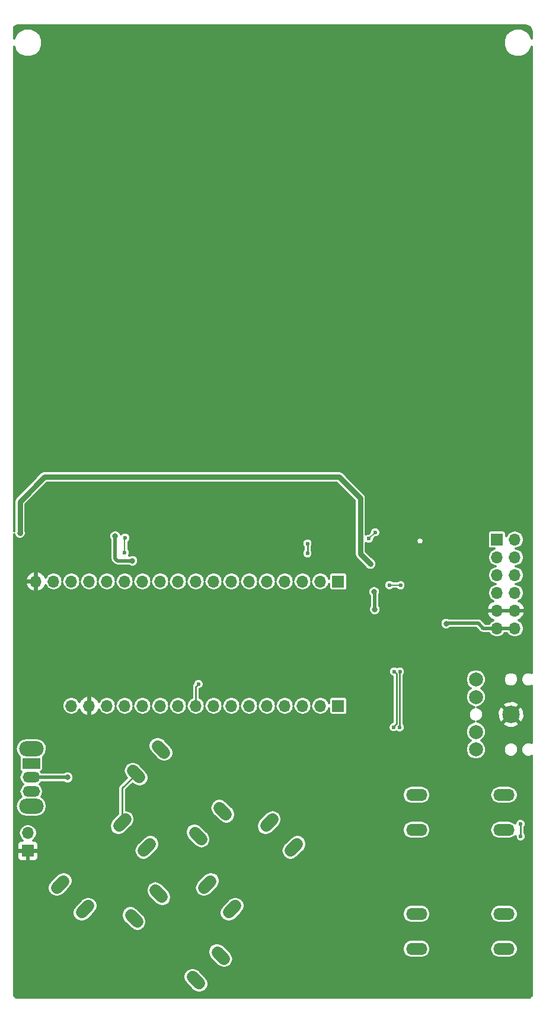
<source format=gbl>
G04 #@! TF.FileFunction,Copper,L2,Bot,Signal*
%FSLAX46Y46*%
G04 Gerber Fmt 4.6, Leading zero omitted, Abs format (unit mm)*
G04 Created by KiCad (PCBNEW 4.0.7) date Mon Feb 12 17:44:01 2018*
%MOMM*%
%LPD*%
G01*
G04 APERTURE LIST*
%ADD10C,0.100000*%
%ADD11R,1.700000X1.700000*%
%ADD12O,1.700000X1.700000*%
%ADD13C,2.500000*%
%ADD14C,2.000000*%
%ADD15O,3.048000X1.727200*%
%ADD16C,1.727200*%
%ADD17R,2.500000X1.500000*%
%ADD18O,2.500000X1.500000*%
%ADD19O,3.500000X2.200000*%
%ADD20C,0.600000*%
%ADD21C,0.800000*%
%ADD22C,0.250000*%
%ADD23C,0.152400*%
%ADD24C,0.500000*%
%ADD25C,0.750000*%
%ADD26C,0.200000*%
%ADD27C,0.300000*%
G04 APERTURE END LIST*
D10*
D11*
X73000000Y-150500000D03*
D12*
X73000000Y-147960000D03*
D11*
X140000000Y-106000000D03*
D12*
X142540000Y-106000000D03*
X140000000Y-108540000D03*
X142540000Y-108540000D03*
X140000000Y-111080000D03*
X142540000Y-111080000D03*
X140000000Y-113620000D03*
X142540000Y-113620000D03*
X140000000Y-116160000D03*
X142540000Y-116160000D03*
X140000000Y-118700000D03*
X142540000Y-118700000D03*
D13*
X142000000Y-131000000D03*
D14*
X137000000Y-133500000D03*
X137000000Y-136000000D03*
X137000000Y-128500000D03*
X137000000Y-126000000D03*
D15*
X128500000Y-147500000D03*
X128500000Y-142500000D03*
X141000000Y-147500000D03*
X141000000Y-142500000D03*
X128500000Y-164500000D03*
X128500000Y-159500000D03*
X141000000Y-164500000D03*
X141000000Y-159500000D03*
D16*
X88628138Y-160628138D02*
X87694192Y-159694192D01*
X92163672Y-157092604D02*
X91229726Y-156158658D01*
X97466973Y-169466973D02*
X96533027Y-168533027D01*
X101002507Y-165931439D02*
X100068561Y-164997493D01*
X102628138Y-158371862D02*
X101694192Y-159305808D01*
X99092604Y-154836328D02*
X98158658Y-155770274D01*
X111466973Y-149533027D02*
X110533027Y-150466973D01*
X107931439Y-145997493D02*
X106997493Y-146931439D01*
X100371862Y-144371862D02*
X101305808Y-145305808D01*
X96836328Y-147907396D02*
X97770274Y-148841342D01*
X91533027Y-135533027D02*
X92466973Y-136466973D01*
X87997493Y-139068561D02*
X88931439Y-140002507D01*
X81628138Y-158371862D02*
X80694192Y-159305808D01*
X78092604Y-154836328D02*
X77158658Y-155770274D01*
X90466973Y-149533027D02*
X89533027Y-150466973D01*
X86931439Y-145997493D02*
X85997493Y-146931439D01*
D17*
X73500000Y-138000000D03*
D18*
X73500000Y-140000000D03*
X73500000Y-142000000D03*
D19*
X73500000Y-135900000D03*
X73500000Y-144100000D03*
D11*
X117320000Y-129780000D03*
D12*
X114780000Y-129780000D03*
X112240000Y-129780000D03*
X109700000Y-129780000D03*
X107160000Y-129780000D03*
X104620000Y-129780000D03*
X102080000Y-129780000D03*
X99540000Y-129780000D03*
X97000000Y-129780000D03*
X94460000Y-129780000D03*
X91920000Y-129780000D03*
X89380000Y-129780000D03*
X86840000Y-129780000D03*
X84300000Y-129780000D03*
X81760000Y-129780000D03*
X79220000Y-129780000D03*
D11*
X117320000Y-112000000D03*
D12*
X114780000Y-112000000D03*
X112240000Y-112000000D03*
X109700000Y-112000000D03*
X107160000Y-112000000D03*
X104620000Y-112000000D03*
X102080000Y-112000000D03*
X99540000Y-112000000D03*
X97000000Y-112000000D03*
X94460000Y-112000000D03*
X91920000Y-112000000D03*
X89380000Y-112000000D03*
X86840000Y-112000000D03*
X84300000Y-112000000D03*
X81760000Y-112000000D03*
X79220000Y-112000000D03*
X76680000Y-112000000D03*
X74140000Y-112000000D03*
D20*
X81580000Y-140900000D03*
X100830000Y-135170000D03*
X109060000Y-142970000D03*
X113060000Y-144480000D03*
X112530000Y-147620000D03*
X99450000Y-133790000D03*
X121070000Y-153250000D03*
X140900000Y-153470000D03*
X144000000Y-169390000D03*
X122870000Y-169450000D03*
X124500000Y-166600000D03*
X104550000Y-135170000D03*
X111650000Y-141040000D03*
X117400000Y-145010000D03*
X117630000Y-155790000D03*
X105520000Y-169100000D03*
X114520000Y-169450000D03*
X127190000Y-132930000D03*
X133730000Y-137300000D03*
X127060000Y-130640000D03*
X133650000Y-128730000D03*
X133850000Y-125730000D03*
X134780000Y-123790000D03*
X138460000Y-121360000D03*
X101040000Y-131330000D03*
X104320000Y-132630000D03*
X124070000Y-132650000D03*
X128460000Y-137360000D03*
X83950000Y-127590000D03*
X94710000Y-127410000D03*
X98510000Y-126590000D03*
X104810000Y-126430000D03*
X113750000Y-124180000D03*
X120700000Y-121700000D03*
X128300000Y-124330000D03*
X129530000Y-120060000D03*
X123080000Y-119000000D03*
X120230000Y-115620000D03*
X84470000Y-115440000D03*
X79190000Y-115850000D03*
X125580000Y-104470000D03*
X129500000Y-107500000D03*
X79250000Y-164750000D03*
X82500000Y-109000000D03*
X88500000Y-110000000D03*
X81000000Y-109000000D03*
X79500000Y-109000000D03*
X132500000Y-103500000D03*
X126500000Y-108000000D03*
X107500000Y-102500000D03*
X104500000Y-106000000D03*
X103000000Y-106000000D03*
X101500000Y-106000000D03*
X86850000Y-104950000D03*
X90800000Y-105950000D03*
X124450000Y-149550000D03*
X114500000Y-149600000D03*
X143390000Y-148420000D03*
X143360000Y-146660000D03*
D21*
X132750000Y-118020000D03*
X122460000Y-113480000D03*
X122540000Y-115970000D03*
X71860000Y-105050000D03*
X121920000Y-109500000D03*
X85480000Y-105520000D03*
X87930000Y-109030000D03*
X78680000Y-140010000D03*
D20*
X112920000Y-106570000D03*
X112920000Y-107970000D03*
X86910000Y-105750000D03*
X86840000Y-107880000D03*
X122590000Y-104970000D03*
X121660000Y-105890000D03*
X124640000Y-112520000D03*
X126220000Y-112550000D03*
X125320000Y-124860000D03*
X125260000Y-132820000D03*
X126090000Y-132850000D03*
X126130000Y-124880000D03*
X97360000Y-126640000D03*
D22*
X81760000Y-129780000D02*
X81760000Y-140720000D01*
X81760000Y-140720000D02*
X81580000Y-140900000D01*
X109060000Y-142970000D02*
X110570000Y-144480000D01*
X110570000Y-144480000D02*
X113060000Y-144480000D01*
X104550000Y-135170000D02*
X100830000Y-135170000D01*
X100830000Y-135170000D02*
X99450000Y-133790000D01*
X117630000Y-155790000D02*
X118530000Y-155790000D01*
X118530000Y-155790000D02*
X121070000Y-153250000D01*
X140900000Y-153470000D02*
X140920000Y-153450000D01*
X122870000Y-169450000D02*
X143940000Y-169450000D01*
X143940000Y-169450000D02*
X144000000Y-169390000D01*
X122990000Y-169540000D02*
X122960000Y-169540000D01*
X122960000Y-169540000D02*
X122880000Y-169460000D01*
X122880000Y-169460000D02*
X122870000Y-169450000D01*
X114520000Y-169450000D02*
X122870000Y-169450000D01*
X104320000Y-134940000D02*
X104550000Y-135170000D01*
X111650000Y-141040000D02*
X111730000Y-140960000D01*
X111730000Y-140960000D02*
X113350000Y-140960000D01*
X113350000Y-140960000D02*
X117400000Y-145010000D01*
X117630000Y-155790000D02*
X117460000Y-155960000D01*
X117460000Y-155960000D02*
X117460000Y-157160000D01*
X117460000Y-157160000D02*
X105520000Y-169100000D01*
X104320000Y-134940000D02*
X104320000Y-132630000D01*
X124500000Y-167820000D02*
X124500000Y-166600000D01*
X122870000Y-169450000D02*
X124500000Y-167820000D01*
X133730000Y-137300000D02*
X128520000Y-137300000D01*
X127060000Y-132800000D02*
X127190000Y-132930000D01*
X129530000Y-120060000D02*
X137160000Y-120060000D01*
X131740000Y-130640000D02*
X127060000Y-130640000D01*
X133650000Y-128730000D02*
X131740000Y-130640000D01*
X133850000Y-124720000D02*
X133850000Y-125730000D01*
X134780000Y-123790000D02*
X133850000Y-124720000D01*
X137160000Y-120060000D02*
X138460000Y-121360000D01*
X127060000Y-130640000D02*
X127060000Y-132800000D01*
X124050000Y-132630000D02*
X104320000Y-132630000D01*
X124070000Y-132650000D02*
X124050000Y-132630000D01*
X128520000Y-137300000D02*
X128460000Y-137360000D01*
X83950000Y-127590000D02*
X83940000Y-127590000D01*
X123080000Y-119000000D02*
X123080000Y-119320000D01*
X96420000Y-125700000D02*
X94710000Y-127410000D01*
X97620000Y-125700000D02*
X96420000Y-125700000D01*
X98510000Y-126590000D02*
X97620000Y-125700000D01*
X107130000Y-124110000D02*
X104810000Y-126430000D01*
X113680000Y-124110000D02*
X107130000Y-124110000D01*
X113750000Y-124180000D02*
X113680000Y-124110000D01*
X123080000Y-119320000D02*
X120700000Y-121700000D01*
X128300000Y-121290000D02*
X128300000Y-124330000D01*
X129530000Y-120060000D02*
X128300000Y-121290000D01*
X123080000Y-118470000D02*
X123080000Y-119000000D01*
X120230000Y-115620000D02*
X123080000Y-118470000D01*
X83940000Y-115970000D02*
X84470000Y-115440000D01*
X79310000Y-115970000D02*
X83940000Y-115970000D01*
X79190000Y-115850000D02*
X79310000Y-115970000D01*
D23*
X73000000Y-158500000D02*
X73000000Y-150500000D01*
X79250000Y-164750000D02*
X73000000Y-158500000D01*
X82500000Y-109000000D02*
X82500000Y-109500000D01*
X83000000Y-110000000D02*
X88500000Y-110000000D01*
X82500000Y-109500000D02*
X83000000Y-110000000D01*
D22*
X143360000Y-146660000D02*
X143390000Y-146690000D01*
X143390000Y-146690000D02*
X143390000Y-148420000D01*
X86464466Y-146464466D02*
X86464466Y-141535534D01*
X86464466Y-141535534D02*
X88464466Y-139535534D01*
D24*
X140000000Y-118700000D02*
X142540000Y-118700000D01*
X122540000Y-113560000D02*
X122540000Y-115970000D01*
X122460000Y-113480000D02*
X122540000Y-113560000D01*
X138050000Y-118700000D02*
X140000000Y-118700000D01*
X137310000Y-117960000D02*
X138050000Y-118700000D01*
X132810000Y-117960000D02*
X137310000Y-117960000D01*
X132750000Y-118020000D02*
X132810000Y-117960000D01*
D25*
X120460000Y-108040000D02*
X121920000Y-109500000D01*
X120460000Y-100080000D02*
X120460000Y-108040000D01*
X117440000Y-97060000D02*
X120460000Y-100080000D01*
X75380000Y-97060000D02*
X117440000Y-97060000D01*
X71860000Y-100580000D02*
X75380000Y-97060000D01*
X71860000Y-105050000D02*
X71860000Y-100580000D01*
D24*
X85790000Y-109030000D02*
X87930000Y-109030000D01*
X85470000Y-108710000D02*
X85790000Y-109030000D01*
X85470000Y-105530000D02*
X85470000Y-108710000D01*
X85480000Y-105520000D02*
X85470000Y-105530000D01*
X78670000Y-140000000D02*
X78680000Y-140010000D01*
X73500000Y-140000000D02*
X78670000Y-140000000D01*
D22*
X112940000Y-106590000D02*
X112920000Y-106570000D01*
X112940000Y-107950000D02*
X112940000Y-106590000D01*
X112920000Y-107970000D02*
X112940000Y-107950000D01*
D23*
X86840000Y-105820000D02*
X86840000Y-107880000D01*
X86910000Y-105750000D02*
X86840000Y-105820000D01*
D22*
X86840000Y-107880000D02*
X86850000Y-107880000D01*
D26*
X121680000Y-105880000D02*
X122590000Y-104970000D01*
X121670000Y-105880000D02*
X121680000Y-105880000D01*
X121660000Y-105890000D02*
X121670000Y-105880000D01*
X124640000Y-112520000D02*
X124640000Y-112530000D01*
X126200000Y-112530000D02*
X124640000Y-112530000D01*
X124640000Y-112530000D02*
X124620000Y-112530000D01*
X126220000Y-112550000D02*
X126200000Y-112530000D01*
D22*
X125320000Y-124860000D02*
X125620000Y-125160000D01*
X125620000Y-125160000D02*
X125620000Y-132330000D01*
X125620000Y-132330000D02*
X125260000Y-132690000D01*
X125260000Y-132690000D02*
X125260000Y-132820000D01*
X126090000Y-124920000D02*
X126090000Y-132850000D01*
X126130000Y-124880000D02*
X126090000Y-124920000D01*
X97360000Y-126640000D02*
X97000000Y-127000000D01*
X97000000Y-127000000D02*
X97000000Y-129780000D01*
D27*
G36*
X144369179Y-32608720D02*
X144682156Y-32817844D01*
X144891280Y-33130821D01*
X144975000Y-33551707D01*
X144975000Y-34411646D01*
X144738919Y-33840285D01*
X144162748Y-33263108D01*
X143409559Y-32950357D01*
X142594019Y-32949645D01*
X141840285Y-33261081D01*
X141263108Y-33837252D01*
X140950357Y-34590441D01*
X140949645Y-35405981D01*
X141261081Y-36159715D01*
X141837252Y-36736892D01*
X142590441Y-37049643D01*
X143405981Y-37050355D01*
X144159715Y-36738919D01*
X144736892Y-36162748D01*
X144975000Y-35589320D01*
X144975000Y-125060314D01*
X144709774Y-124950182D01*
X144292058Y-124949818D01*
X143906000Y-125109334D01*
X143610372Y-125404446D01*
X143450182Y-125790226D01*
X143449818Y-126207942D01*
X143609334Y-126594000D01*
X143904446Y-126889628D01*
X144290226Y-127049818D01*
X144707942Y-127050182D01*
X144975000Y-126939836D01*
X144975000Y-135060314D01*
X144709774Y-134950182D01*
X144292058Y-134949818D01*
X143906000Y-135109334D01*
X143610372Y-135404446D01*
X143450182Y-135790226D01*
X143449818Y-136207942D01*
X143609334Y-136594000D01*
X143904446Y-136889628D01*
X144290226Y-137049818D01*
X144707942Y-137050182D01*
X144975000Y-136939836D01*
X144975000Y-170948294D01*
X144929341Y-171177837D01*
X144828602Y-171328604D01*
X144677838Y-171429341D01*
X144448294Y-171475000D01*
X71551706Y-171475000D01*
X71322163Y-171429341D01*
X71171396Y-171328602D01*
X71070659Y-171177838D01*
X71025000Y-170948294D01*
X71025000Y-168505681D01*
X95192082Y-168505681D01*
X95292073Y-169008374D01*
X95576826Y-169434536D01*
X96565463Y-170423174D01*
X96991626Y-170707927D01*
X97494319Y-170807918D01*
X97997012Y-170707927D01*
X98423174Y-170423174D01*
X98707927Y-169997012D01*
X98807918Y-169494319D01*
X98707927Y-168991626D01*
X98423174Y-168565463D01*
X97434536Y-167576826D01*
X97008374Y-167292073D01*
X96505681Y-167192082D01*
X96002988Y-167292073D01*
X95576826Y-167576826D01*
X95292073Y-168002988D01*
X95192082Y-168505681D01*
X71025000Y-168505681D01*
X71025000Y-164970147D01*
X98727616Y-164970147D01*
X98827607Y-165472840D01*
X99112360Y-165899002D01*
X100100997Y-166887640D01*
X100527160Y-167172393D01*
X101029853Y-167272384D01*
X101532546Y-167172393D01*
X101958708Y-166887640D01*
X102243461Y-166461478D01*
X102343452Y-165958785D01*
X102243461Y-165456092D01*
X101958708Y-165029929D01*
X101428779Y-164500000D01*
X126487327Y-164500000D01*
X126587319Y-165002693D01*
X126872072Y-165428855D01*
X127298234Y-165713608D01*
X127800927Y-165813600D01*
X129199073Y-165813600D01*
X129701766Y-165713608D01*
X130127928Y-165428855D01*
X130412681Y-165002693D01*
X130512673Y-164500000D01*
X138987327Y-164500000D01*
X139087319Y-165002693D01*
X139372072Y-165428855D01*
X139798234Y-165713608D01*
X140300927Y-165813600D01*
X141699073Y-165813600D01*
X142201766Y-165713608D01*
X142627928Y-165428855D01*
X142912681Y-165002693D01*
X143012673Y-164500000D01*
X142912681Y-163997307D01*
X142627928Y-163571145D01*
X142201766Y-163286392D01*
X141699073Y-163186400D01*
X140300927Y-163186400D01*
X139798234Y-163286392D01*
X139372072Y-163571145D01*
X139087319Y-163997307D01*
X138987327Y-164500000D01*
X130512673Y-164500000D01*
X130412681Y-163997307D01*
X130127928Y-163571145D01*
X129701766Y-163286392D01*
X129199073Y-163186400D01*
X127800927Y-163186400D01*
X127298234Y-163286392D01*
X126872072Y-163571145D01*
X126587319Y-163997307D01*
X126487327Y-164500000D01*
X101428779Y-164500000D01*
X100970070Y-164041292D01*
X100543908Y-163756539D01*
X100041215Y-163656548D01*
X99538522Y-163756539D01*
X99112360Y-164041292D01*
X98827607Y-164467454D01*
X98727616Y-164970147D01*
X71025000Y-164970147D01*
X71025000Y-159333154D01*
X79353247Y-159333154D01*
X79453238Y-159835847D01*
X79737991Y-160262009D01*
X80164153Y-160546762D01*
X80666846Y-160646753D01*
X81169539Y-160546762D01*
X81595701Y-160262009D01*
X82190864Y-159666846D01*
X86353247Y-159666846D01*
X86453238Y-160169539D01*
X86737991Y-160595701D01*
X87726628Y-161584339D01*
X88152791Y-161869092D01*
X88655484Y-161969083D01*
X89158177Y-161869092D01*
X89584339Y-161584339D01*
X89869092Y-161158177D01*
X89969083Y-160655484D01*
X89869092Y-160152791D01*
X89584339Y-159726628D01*
X89190865Y-159333154D01*
X100353247Y-159333154D01*
X100453238Y-159835847D01*
X100737991Y-160262009D01*
X101164153Y-160546762D01*
X101666846Y-160646753D01*
X102169539Y-160546762D01*
X102595701Y-160262009D01*
X103357710Y-159500000D01*
X126487327Y-159500000D01*
X126587319Y-160002693D01*
X126872072Y-160428855D01*
X127298234Y-160713608D01*
X127800927Y-160813600D01*
X129199073Y-160813600D01*
X129701766Y-160713608D01*
X130127928Y-160428855D01*
X130412681Y-160002693D01*
X130512673Y-159500000D01*
X138987327Y-159500000D01*
X139087319Y-160002693D01*
X139372072Y-160428855D01*
X139798234Y-160713608D01*
X140300927Y-160813600D01*
X141699073Y-160813600D01*
X142201766Y-160713608D01*
X142627928Y-160428855D01*
X142912681Y-160002693D01*
X143012673Y-159500000D01*
X142912681Y-158997307D01*
X142627928Y-158571145D01*
X142201766Y-158286392D01*
X141699073Y-158186400D01*
X140300927Y-158186400D01*
X139798234Y-158286392D01*
X139372072Y-158571145D01*
X139087319Y-158997307D01*
X138987327Y-159500000D01*
X130512673Y-159500000D01*
X130412681Y-158997307D01*
X130127928Y-158571145D01*
X129701766Y-158286392D01*
X129199073Y-158186400D01*
X127800927Y-158186400D01*
X127298234Y-158286392D01*
X126872072Y-158571145D01*
X126587319Y-158997307D01*
X126487327Y-159500000D01*
X103357710Y-159500000D01*
X103584339Y-159273372D01*
X103869092Y-158847209D01*
X103969083Y-158344516D01*
X103869092Y-157841823D01*
X103584339Y-157415661D01*
X103158177Y-157130908D01*
X102655484Y-157030917D01*
X102152791Y-157130908D01*
X101726628Y-157415661D01*
X100737991Y-158404299D01*
X100453238Y-158830461D01*
X100353247Y-159333154D01*
X89190865Y-159333154D01*
X88595701Y-158737991D01*
X88169539Y-158453238D01*
X87666846Y-158353247D01*
X87164153Y-158453238D01*
X86737991Y-158737991D01*
X86453238Y-159164153D01*
X86353247Y-159666846D01*
X82190864Y-159666846D01*
X82584339Y-159273372D01*
X82869092Y-158847209D01*
X82969083Y-158344516D01*
X82869092Y-157841823D01*
X82584339Y-157415661D01*
X82158177Y-157130908D01*
X81655484Y-157030917D01*
X81152791Y-157130908D01*
X80726628Y-157415661D01*
X79737991Y-158404299D01*
X79453238Y-158830461D01*
X79353247Y-159333154D01*
X71025000Y-159333154D01*
X71025000Y-155797620D01*
X75817713Y-155797620D01*
X75917704Y-156300313D01*
X76202457Y-156726475D01*
X76628619Y-157011228D01*
X77131312Y-157111219D01*
X77634005Y-157011228D01*
X78060167Y-156726475D01*
X78655330Y-156131312D01*
X89888781Y-156131312D01*
X89988772Y-156634005D01*
X90273525Y-157060167D01*
X91262162Y-158048805D01*
X91688325Y-158333558D01*
X92191018Y-158433549D01*
X92693711Y-158333558D01*
X93119873Y-158048805D01*
X93404626Y-157622643D01*
X93504617Y-157119950D01*
X93404626Y-156617257D01*
X93119873Y-156191094D01*
X92726399Y-155797620D01*
X96817713Y-155797620D01*
X96917704Y-156300313D01*
X97202457Y-156726475D01*
X97628619Y-157011228D01*
X98131312Y-157111219D01*
X98634005Y-157011228D01*
X99060167Y-156726475D01*
X100048805Y-155737838D01*
X100333558Y-155311675D01*
X100433549Y-154808982D01*
X100333558Y-154306289D01*
X100048805Y-153880127D01*
X99622643Y-153595374D01*
X99119950Y-153495383D01*
X98617257Y-153595374D01*
X98191094Y-153880127D01*
X97202457Y-154868765D01*
X96917704Y-155294927D01*
X96817713Y-155797620D01*
X92726399Y-155797620D01*
X92131235Y-155202457D01*
X91705073Y-154917704D01*
X91202380Y-154817713D01*
X90699687Y-154917704D01*
X90273525Y-155202457D01*
X89988772Y-155628619D01*
X89888781Y-156131312D01*
X78655330Y-156131312D01*
X79048805Y-155737838D01*
X79333558Y-155311675D01*
X79433549Y-154808982D01*
X79333558Y-154306289D01*
X79048805Y-153880127D01*
X78622643Y-153595374D01*
X78119950Y-153495383D01*
X77617257Y-153595374D01*
X77191094Y-153880127D01*
X76202457Y-154868765D01*
X75917704Y-155294927D01*
X75817713Y-155797620D01*
X71025000Y-155797620D01*
X71025000Y-150768500D01*
X71492000Y-150768500D01*
X71492000Y-151480885D01*
X71592175Y-151722727D01*
X71777273Y-151907826D01*
X72019116Y-152008000D01*
X72731500Y-152008000D01*
X72896000Y-151843500D01*
X72896000Y-150604000D01*
X73104000Y-150604000D01*
X73104000Y-151843500D01*
X73268500Y-152008000D01*
X73980884Y-152008000D01*
X74222727Y-151907826D01*
X74407825Y-151722727D01*
X74508000Y-151480885D01*
X74508000Y-150768500D01*
X74343500Y-150604000D01*
X73104000Y-150604000D01*
X72896000Y-150604000D01*
X71656500Y-150604000D01*
X71492000Y-150768500D01*
X71025000Y-150768500D01*
X71025000Y-150494319D01*
X88192082Y-150494319D01*
X88292073Y-150997012D01*
X88576826Y-151423174D01*
X89002988Y-151707927D01*
X89505681Y-151807918D01*
X90008374Y-151707927D01*
X90434536Y-151423174D01*
X91363391Y-150494319D01*
X109192082Y-150494319D01*
X109292073Y-150997012D01*
X109576826Y-151423174D01*
X110002988Y-151707927D01*
X110505681Y-151807918D01*
X111008374Y-151707927D01*
X111434536Y-151423174D01*
X112423174Y-150434537D01*
X112707927Y-150008374D01*
X112807918Y-149505681D01*
X112707927Y-149002988D01*
X112423174Y-148576826D01*
X111997012Y-148292073D01*
X111494319Y-148192082D01*
X110991626Y-148292073D01*
X110565463Y-148576826D01*
X109576826Y-149565464D01*
X109292073Y-149991626D01*
X109192082Y-150494319D01*
X91363391Y-150494319D01*
X91423174Y-150434537D01*
X91707927Y-150008374D01*
X91807918Y-149505681D01*
X91707927Y-149002988D01*
X91423174Y-148576826D01*
X90997012Y-148292073D01*
X90494319Y-148192082D01*
X89991626Y-148292073D01*
X89565463Y-148576826D01*
X88576826Y-149565464D01*
X88292073Y-149991626D01*
X88192082Y-150494319D01*
X71025000Y-150494319D01*
X71025000Y-149519115D01*
X71492000Y-149519115D01*
X71492000Y-150231500D01*
X71656500Y-150396000D01*
X72896000Y-150396000D01*
X72896000Y-150376000D01*
X73104000Y-150376000D01*
X73104000Y-150396000D01*
X74343500Y-150396000D01*
X74508000Y-150231500D01*
X74508000Y-149519115D01*
X74407825Y-149277273D01*
X74222727Y-149092174D01*
X73980884Y-148992000D01*
X73775949Y-148992000D01*
X73944708Y-148879239D01*
X74226512Y-148457488D01*
X74325469Y-147960000D01*
X74226512Y-147462512D01*
X73944708Y-147040761D01*
X73822022Y-146958785D01*
X84656548Y-146958785D01*
X84756539Y-147461478D01*
X85041292Y-147887640D01*
X85467454Y-148172393D01*
X85970147Y-148272384D01*
X86472840Y-148172393D01*
X86899002Y-147887640D01*
X86906592Y-147880050D01*
X95495383Y-147880050D01*
X95595374Y-148382743D01*
X95880127Y-148808905D01*
X96868764Y-149797543D01*
X97294927Y-150082296D01*
X97797620Y-150182287D01*
X98300313Y-150082296D01*
X98726475Y-149797543D01*
X99011228Y-149371381D01*
X99111219Y-148868688D01*
X99011228Y-148365995D01*
X98726475Y-147939832D01*
X97745428Y-146958785D01*
X105656548Y-146958785D01*
X105756539Y-147461478D01*
X106041292Y-147887640D01*
X106467454Y-148172393D01*
X106970147Y-148272384D01*
X107472840Y-148172393D01*
X107899002Y-147887640D01*
X108286642Y-147500000D01*
X126487327Y-147500000D01*
X126587319Y-148002693D01*
X126872072Y-148428855D01*
X127298234Y-148713608D01*
X127800927Y-148813600D01*
X129199073Y-148813600D01*
X129701766Y-148713608D01*
X130127928Y-148428855D01*
X130412681Y-148002693D01*
X130512673Y-147500000D01*
X138987327Y-147500000D01*
X139087319Y-148002693D01*
X139372072Y-148428855D01*
X139798234Y-148713608D01*
X140300927Y-148813600D01*
X141699073Y-148813600D01*
X142201766Y-148713608D01*
X142627928Y-148428855D01*
X142640008Y-148410776D01*
X142639870Y-148568530D01*
X142753811Y-148844286D01*
X142964605Y-149055448D01*
X143240161Y-149169869D01*
X143538530Y-149170130D01*
X143814286Y-149056189D01*
X144025448Y-148845395D01*
X144139869Y-148569839D01*
X144140130Y-148271470D01*
X144026189Y-147995714D01*
X143965000Y-147934418D01*
X143965000Y-147115790D01*
X143995448Y-147085395D01*
X144109869Y-146809839D01*
X144110130Y-146511470D01*
X143996189Y-146235714D01*
X143785395Y-146024552D01*
X143509839Y-145910131D01*
X143211470Y-145909870D01*
X142935714Y-146023811D01*
X142724552Y-146234605D01*
X142610131Y-146510161D01*
X142610088Y-146559225D01*
X142201766Y-146286392D01*
X141699073Y-146186400D01*
X140300927Y-146186400D01*
X139798234Y-146286392D01*
X139372072Y-146571145D01*
X139087319Y-146997307D01*
X138987327Y-147500000D01*
X130512673Y-147500000D01*
X130412681Y-146997307D01*
X130127928Y-146571145D01*
X129701766Y-146286392D01*
X129199073Y-146186400D01*
X127800927Y-146186400D01*
X127298234Y-146286392D01*
X126872072Y-146571145D01*
X126587319Y-146997307D01*
X126487327Y-147500000D01*
X108286642Y-147500000D01*
X108887640Y-146899003D01*
X109172393Y-146472840D01*
X109272384Y-145970147D01*
X109172393Y-145467454D01*
X108887640Y-145041292D01*
X108461478Y-144756539D01*
X107958785Y-144656548D01*
X107456092Y-144756539D01*
X107029929Y-145041292D01*
X106041292Y-146029930D01*
X105756539Y-146456092D01*
X105656548Y-146958785D01*
X97745428Y-146958785D01*
X97737837Y-146951195D01*
X97311675Y-146666442D01*
X96808982Y-146566451D01*
X96306289Y-146666442D01*
X95880127Y-146951195D01*
X95595374Y-147377357D01*
X95495383Y-147880050D01*
X86906592Y-147880050D01*
X87887640Y-146899003D01*
X88172393Y-146472840D01*
X88272384Y-145970147D01*
X88172393Y-145467454D01*
X87887640Y-145041292D01*
X87461478Y-144756539D01*
X87039466Y-144672596D01*
X87039466Y-144344516D01*
X99030917Y-144344516D01*
X99130908Y-144847209D01*
X99415661Y-145273371D01*
X100404298Y-146262009D01*
X100830461Y-146546762D01*
X101333154Y-146646753D01*
X101835847Y-146546762D01*
X102262009Y-146262009D01*
X102546762Y-145835847D01*
X102646753Y-145333154D01*
X102546762Y-144830461D01*
X102262009Y-144404298D01*
X101273371Y-143415661D01*
X100847209Y-143130908D01*
X100344516Y-143030917D01*
X99841823Y-143130908D01*
X99415661Y-143415661D01*
X99130908Y-143841823D01*
X99030917Y-144344516D01*
X87039466Y-144344516D01*
X87039466Y-142500000D01*
X126487327Y-142500000D01*
X126587319Y-143002693D01*
X126872072Y-143428855D01*
X127298234Y-143713608D01*
X127800927Y-143813600D01*
X129199073Y-143813600D01*
X129701766Y-143713608D01*
X130127928Y-143428855D01*
X130412681Y-143002693D01*
X130512673Y-142500000D01*
X138987327Y-142500000D01*
X139087319Y-143002693D01*
X139372072Y-143428855D01*
X139798234Y-143713608D01*
X140300927Y-143813600D01*
X141699073Y-143813600D01*
X142201766Y-143713608D01*
X142627928Y-143428855D01*
X142912681Y-143002693D01*
X143012673Y-142500000D01*
X142912681Y-141997307D01*
X142627928Y-141571145D01*
X142201766Y-141286392D01*
X141699073Y-141186400D01*
X140300927Y-141186400D01*
X139798234Y-141286392D01*
X139372072Y-141571145D01*
X139087319Y-141997307D01*
X138987327Y-142500000D01*
X130512673Y-142500000D01*
X130412681Y-141997307D01*
X130127928Y-141571145D01*
X129701766Y-141286392D01*
X129199073Y-141186400D01*
X127800927Y-141186400D01*
X127298234Y-141286392D01*
X126872072Y-141571145D01*
X126587319Y-141997307D01*
X126487327Y-142500000D01*
X87039466Y-142500000D01*
X87039466Y-141773706D01*
X87942197Y-140870975D01*
X88029929Y-140958708D01*
X88456092Y-141243461D01*
X88958785Y-141343452D01*
X89461478Y-141243461D01*
X89887640Y-140958708D01*
X90172393Y-140532546D01*
X90272384Y-140029853D01*
X90172393Y-139527160D01*
X89887640Y-139100997D01*
X88899002Y-138112360D01*
X88472840Y-137827607D01*
X87970147Y-137727616D01*
X87467454Y-137827607D01*
X87041292Y-138112360D01*
X86756539Y-138538522D01*
X86656548Y-139041215D01*
X86756539Y-139543908D01*
X87041292Y-139970070D01*
X87129025Y-140057803D01*
X86057880Y-141128948D01*
X85933235Y-141315491D01*
X85889466Y-141535534D01*
X85889466Y-145181755D01*
X85041292Y-146029930D01*
X84756539Y-146456092D01*
X84656548Y-146958785D01*
X73822022Y-146958785D01*
X73522957Y-146758957D01*
X73025469Y-146660000D01*
X72974531Y-146660000D01*
X72477043Y-146758957D01*
X72055292Y-147040761D01*
X71773488Y-147462512D01*
X71674531Y-147960000D01*
X71773488Y-148457488D01*
X72055292Y-148879239D01*
X72224051Y-148992000D01*
X72019116Y-148992000D01*
X71777273Y-149092174D01*
X71592175Y-149277273D01*
X71492000Y-149519115D01*
X71025000Y-149519115D01*
X71025000Y-135900000D01*
X71256899Y-135900000D01*
X71374886Y-136493159D01*
X71710883Y-136996016D01*
X71826917Y-137073547D01*
X71791184Y-137250000D01*
X71791184Y-138750000D01*
X71822562Y-138916760D01*
X71921117Y-139069919D01*
X72071495Y-139172668D01*
X72100130Y-139178467D01*
X71858040Y-139540780D01*
X71766695Y-140000000D01*
X71858040Y-140459220D01*
X72118167Y-140848528D01*
X72344861Y-141000000D01*
X72118167Y-141151472D01*
X71858040Y-141540780D01*
X71766695Y-142000000D01*
X71858040Y-142459220D01*
X72064267Y-142767861D01*
X71710883Y-143003984D01*
X71374886Y-143506841D01*
X71256899Y-144100000D01*
X71374886Y-144693159D01*
X71710883Y-145196016D01*
X72213740Y-145532013D01*
X72806899Y-145650000D01*
X74193101Y-145650000D01*
X74786260Y-145532013D01*
X75289117Y-145196016D01*
X75625114Y-144693159D01*
X75743101Y-144100000D01*
X75625114Y-143506841D01*
X75289117Y-143003984D01*
X74935733Y-142767861D01*
X75141960Y-142459220D01*
X75233305Y-142000000D01*
X75141960Y-141540780D01*
X74881833Y-141151472D01*
X74655139Y-141000000D01*
X74881833Y-140848528D01*
X74981076Y-140700000D01*
X78167764Y-140700000D01*
X78197885Y-140730174D01*
X78510183Y-140859852D01*
X78848334Y-140860147D01*
X79160857Y-140731015D01*
X79400174Y-140492115D01*
X79529852Y-140179817D01*
X79530147Y-139841666D01*
X79401015Y-139529143D01*
X79162115Y-139289826D01*
X78849817Y-139160148D01*
X78511666Y-139159853D01*
X78199143Y-139288985D01*
X78188109Y-139300000D01*
X74981076Y-139300000D01*
X74901146Y-139180376D01*
X74916760Y-139177438D01*
X75069919Y-139078883D01*
X75172668Y-138928505D01*
X75208816Y-138750000D01*
X75208816Y-137250000D01*
X75177438Y-137083240D01*
X75171767Y-137074427D01*
X75289117Y-136996016D01*
X75625114Y-136493159D01*
X75743101Y-135900000D01*
X75664666Y-135505681D01*
X90192082Y-135505681D01*
X90292073Y-136008374D01*
X90576826Y-136434536D01*
X91565463Y-137423174D01*
X91991626Y-137707927D01*
X92494319Y-137807918D01*
X92997012Y-137707927D01*
X93423174Y-137423174D01*
X93707927Y-136997012D01*
X93807918Y-136494319D01*
X93707927Y-135991626D01*
X93423174Y-135565463D01*
X92434536Y-134576826D01*
X92008374Y-134292073D01*
X91505681Y-134192082D01*
X91002988Y-134292073D01*
X90576826Y-134576826D01*
X90292073Y-135002988D01*
X90192082Y-135505681D01*
X75664666Y-135505681D01*
X75625114Y-135306841D01*
X75289117Y-134803984D01*
X74786260Y-134467987D01*
X74193101Y-134350000D01*
X72806899Y-134350000D01*
X72213740Y-134467987D01*
X71710883Y-134803984D01*
X71374886Y-135306841D01*
X71256899Y-135900000D01*
X71025000Y-135900000D01*
X71025000Y-132968530D01*
X124509870Y-132968530D01*
X124623811Y-133244286D01*
X124834605Y-133455448D01*
X125110161Y-133569869D01*
X125408530Y-133570130D01*
X125649674Y-133470491D01*
X125664605Y-133485448D01*
X125940161Y-133599869D01*
X126238530Y-133600130D01*
X126514286Y-133486189D01*
X126725448Y-133275395D01*
X126839869Y-132999839D01*
X126840130Y-132701470D01*
X126726189Y-132425714D01*
X126665000Y-132364418D01*
X126665000Y-126287157D01*
X135549749Y-126287157D01*
X135770033Y-126820286D01*
X136177569Y-127228533D01*
X136228734Y-127249779D01*
X136179714Y-127270033D01*
X135771467Y-127677569D01*
X135550252Y-128210312D01*
X135549749Y-128787157D01*
X135770033Y-129320286D01*
X136177569Y-129728533D01*
X136710312Y-129949748D01*
X136792055Y-129949819D01*
X136406000Y-130109334D01*
X136110372Y-130404446D01*
X135950182Y-130790226D01*
X135949818Y-131207942D01*
X136109334Y-131594000D01*
X136404446Y-131889628D01*
X136790222Y-132049816D01*
X136712843Y-132049749D01*
X136179714Y-132270033D01*
X135771467Y-132677569D01*
X135550252Y-133210312D01*
X135549749Y-133787157D01*
X135770033Y-134320286D01*
X136177569Y-134728533D01*
X136228734Y-134749779D01*
X136179714Y-134770033D01*
X135771467Y-135177569D01*
X135550252Y-135710312D01*
X135549749Y-136287157D01*
X135770033Y-136820286D01*
X136177569Y-137228533D01*
X136710312Y-137449748D01*
X137287157Y-137450251D01*
X137820286Y-137229967D01*
X138228533Y-136822431D01*
X138449748Y-136289688D01*
X138449819Y-136207942D01*
X140949818Y-136207942D01*
X141109334Y-136594000D01*
X141404446Y-136889628D01*
X141790226Y-137049818D01*
X142207942Y-137050182D01*
X142594000Y-136890666D01*
X142889628Y-136595554D01*
X143049818Y-136209774D01*
X143050182Y-135792058D01*
X142890666Y-135406000D01*
X142595554Y-135110372D01*
X142209774Y-134950182D01*
X141792058Y-134949818D01*
X141406000Y-135109334D01*
X141110372Y-135404446D01*
X140950182Y-135790226D01*
X140949818Y-136207942D01*
X138449819Y-136207942D01*
X138450251Y-135712843D01*
X138229967Y-135179714D01*
X137822431Y-134771467D01*
X137771266Y-134750221D01*
X137820286Y-134729967D01*
X138228533Y-134322431D01*
X138449748Y-133789688D01*
X138450251Y-133212843D01*
X138229967Y-132679714D01*
X137881524Y-132330663D01*
X140816416Y-132330663D01*
X140942308Y-132632724D01*
X141647636Y-132913202D01*
X142406608Y-132902412D01*
X143057692Y-132632724D01*
X143183584Y-132330663D01*
X142000000Y-131147078D01*
X140816416Y-132330663D01*
X137881524Y-132330663D01*
X137822431Y-132271467D01*
X137289688Y-132050252D01*
X137207945Y-132050181D01*
X137594000Y-131890666D01*
X137889628Y-131595554D01*
X138049818Y-131209774D01*
X138050182Y-130792058D01*
X137990509Y-130647636D01*
X140086798Y-130647636D01*
X140097588Y-131406608D01*
X140367276Y-132057692D01*
X140669337Y-132183584D01*
X141852922Y-131000000D01*
X142147078Y-131000000D01*
X143330663Y-132183584D01*
X143632724Y-132057692D01*
X143913202Y-131352364D01*
X143902412Y-130593392D01*
X143632724Y-129942308D01*
X143330663Y-129816416D01*
X142147078Y-131000000D01*
X141852922Y-131000000D01*
X140669337Y-129816416D01*
X140367276Y-129942308D01*
X140086798Y-130647636D01*
X137990509Y-130647636D01*
X137890666Y-130406000D01*
X137595554Y-130110372D01*
X137209778Y-129950184D01*
X137287157Y-129950251D01*
X137820286Y-129729967D01*
X137881021Y-129669337D01*
X140816416Y-129669337D01*
X142000000Y-130852922D01*
X143183584Y-129669337D01*
X143057692Y-129367276D01*
X142352364Y-129086798D01*
X141593392Y-129097588D01*
X140942308Y-129367276D01*
X140816416Y-129669337D01*
X137881021Y-129669337D01*
X138228533Y-129322431D01*
X138449748Y-128789688D01*
X138450251Y-128212843D01*
X138229967Y-127679714D01*
X137822431Y-127271467D01*
X137771266Y-127250221D01*
X137820286Y-127229967D01*
X138228533Y-126822431D01*
X138449748Y-126289688D01*
X138449819Y-126207942D01*
X140949818Y-126207942D01*
X141109334Y-126594000D01*
X141404446Y-126889628D01*
X141790226Y-127049818D01*
X142207942Y-127050182D01*
X142594000Y-126890666D01*
X142889628Y-126595554D01*
X143049818Y-126209774D01*
X143050182Y-125792058D01*
X142890666Y-125406000D01*
X142595554Y-125110372D01*
X142209774Y-124950182D01*
X141792058Y-124949818D01*
X141406000Y-125109334D01*
X141110372Y-125404446D01*
X140950182Y-125790226D01*
X140949818Y-126207942D01*
X138449819Y-126207942D01*
X138450251Y-125712843D01*
X138229967Y-125179714D01*
X137822431Y-124771467D01*
X137289688Y-124550252D01*
X136712843Y-124549749D01*
X136179714Y-124770033D01*
X135771467Y-125177569D01*
X135550252Y-125710312D01*
X135549749Y-126287157D01*
X126665000Y-126287157D01*
X126665000Y-125405668D01*
X126765448Y-125305395D01*
X126879869Y-125029839D01*
X126880130Y-124731470D01*
X126766189Y-124455714D01*
X126555395Y-124244552D01*
X126279839Y-124130131D01*
X125981470Y-124129870D01*
X125747418Y-124226579D01*
X125745395Y-124224552D01*
X125469839Y-124110131D01*
X125171470Y-124109870D01*
X124895714Y-124223811D01*
X124684552Y-124434605D01*
X124570131Y-124710161D01*
X124569870Y-125008530D01*
X124683811Y-125284286D01*
X124894605Y-125495448D01*
X125045000Y-125557898D01*
X125045000Y-132091828D01*
X125035615Y-132101213D01*
X124835714Y-132183811D01*
X124624552Y-132394605D01*
X124510131Y-132670161D01*
X124509870Y-132968530D01*
X71025000Y-132968530D01*
X71025000Y-129754531D01*
X77920000Y-129754531D01*
X77920000Y-129805469D01*
X78018957Y-130302957D01*
X78300761Y-130724708D01*
X78722512Y-131006512D01*
X79220000Y-131105469D01*
X79717488Y-131006512D01*
X80139239Y-130724708D01*
X80392613Y-130345506D01*
X80531613Y-130654730D01*
X80959863Y-131058228D01*
X81421939Y-131249619D01*
X81656000Y-131119469D01*
X81656000Y-129884000D01*
X81636000Y-129884000D01*
X81636000Y-129676000D01*
X81656000Y-129676000D01*
X81656000Y-128440531D01*
X81864000Y-128440531D01*
X81864000Y-129676000D01*
X81884000Y-129676000D01*
X81884000Y-129884000D01*
X81864000Y-129884000D01*
X81864000Y-131119469D01*
X82098061Y-131249619D01*
X82560137Y-131058228D01*
X82988387Y-130654730D01*
X83127387Y-130345506D01*
X83380761Y-130724708D01*
X83802512Y-131006512D01*
X84300000Y-131105469D01*
X84797488Y-131006512D01*
X85219239Y-130724708D01*
X85501043Y-130302957D01*
X85570000Y-129956288D01*
X85638957Y-130302957D01*
X85920761Y-130724708D01*
X86342512Y-131006512D01*
X86840000Y-131105469D01*
X87337488Y-131006512D01*
X87759239Y-130724708D01*
X88041043Y-130302957D01*
X88110000Y-129956288D01*
X88178957Y-130302957D01*
X88460761Y-130724708D01*
X88882512Y-131006512D01*
X89380000Y-131105469D01*
X89877488Y-131006512D01*
X90299239Y-130724708D01*
X90581043Y-130302957D01*
X90650000Y-129956288D01*
X90718957Y-130302957D01*
X91000761Y-130724708D01*
X91422512Y-131006512D01*
X91920000Y-131105469D01*
X92417488Y-131006512D01*
X92839239Y-130724708D01*
X93121043Y-130302957D01*
X93190000Y-129956288D01*
X93258957Y-130302957D01*
X93540761Y-130724708D01*
X93962512Y-131006512D01*
X94460000Y-131105469D01*
X94957488Y-131006512D01*
X95379239Y-130724708D01*
X95661043Y-130302957D01*
X95730000Y-129956288D01*
X95798957Y-130302957D01*
X96080761Y-130724708D01*
X96502512Y-131006512D01*
X97000000Y-131105469D01*
X97497488Y-131006512D01*
X97919239Y-130724708D01*
X98201043Y-130302957D01*
X98270000Y-129956288D01*
X98338957Y-130302957D01*
X98620761Y-130724708D01*
X99042512Y-131006512D01*
X99540000Y-131105469D01*
X100037488Y-131006512D01*
X100459239Y-130724708D01*
X100741043Y-130302957D01*
X100810000Y-129956288D01*
X100878957Y-130302957D01*
X101160761Y-130724708D01*
X101582512Y-131006512D01*
X102080000Y-131105469D01*
X102577488Y-131006512D01*
X102999239Y-130724708D01*
X103281043Y-130302957D01*
X103350000Y-129956288D01*
X103418957Y-130302957D01*
X103700761Y-130724708D01*
X104122512Y-131006512D01*
X104620000Y-131105469D01*
X105117488Y-131006512D01*
X105539239Y-130724708D01*
X105821043Y-130302957D01*
X105890000Y-129956288D01*
X105958957Y-130302957D01*
X106240761Y-130724708D01*
X106662512Y-131006512D01*
X107160000Y-131105469D01*
X107657488Y-131006512D01*
X108079239Y-130724708D01*
X108361043Y-130302957D01*
X108430000Y-129956288D01*
X108498957Y-130302957D01*
X108780761Y-130724708D01*
X109202512Y-131006512D01*
X109700000Y-131105469D01*
X110197488Y-131006512D01*
X110619239Y-130724708D01*
X110901043Y-130302957D01*
X110970000Y-129956288D01*
X111038957Y-130302957D01*
X111320761Y-130724708D01*
X111742512Y-131006512D01*
X112240000Y-131105469D01*
X112737488Y-131006512D01*
X113159239Y-130724708D01*
X113441043Y-130302957D01*
X113510000Y-129956288D01*
X113578957Y-130302957D01*
X113860761Y-130724708D01*
X114282512Y-131006512D01*
X114780000Y-131105469D01*
X115277488Y-131006512D01*
X115699239Y-130724708D01*
X115981043Y-130302957D01*
X116011184Y-130151429D01*
X116011184Y-130630000D01*
X116042562Y-130796760D01*
X116141117Y-130949919D01*
X116291495Y-131052668D01*
X116470000Y-131088816D01*
X118170000Y-131088816D01*
X118336760Y-131057438D01*
X118489919Y-130958883D01*
X118592668Y-130808505D01*
X118628816Y-130630000D01*
X118628816Y-128930000D01*
X118597438Y-128763240D01*
X118498883Y-128610081D01*
X118348505Y-128507332D01*
X118170000Y-128471184D01*
X116470000Y-128471184D01*
X116303240Y-128502562D01*
X116150081Y-128601117D01*
X116047332Y-128751495D01*
X116011184Y-128930000D01*
X116011184Y-129408571D01*
X115981043Y-129257043D01*
X115699239Y-128835292D01*
X115277488Y-128553488D01*
X114780000Y-128454531D01*
X114282512Y-128553488D01*
X113860761Y-128835292D01*
X113578957Y-129257043D01*
X113510000Y-129603712D01*
X113441043Y-129257043D01*
X113159239Y-128835292D01*
X112737488Y-128553488D01*
X112240000Y-128454531D01*
X111742512Y-128553488D01*
X111320761Y-128835292D01*
X111038957Y-129257043D01*
X110970000Y-129603712D01*
X110901043Y-129257043D01*
X110619239Y-128835292D01*
X110197488Y-128553488D01*
X109700000Y-128454531D01*
X109202512Y-128553488D01*
X108780761Y-128835292D01*
X108498957Y-129257043D01*
X108430000Y-129603712D01*
X108361043Y-129257043D01*
X108079239Y-128835292D01*
X107657488Y-128553488D01*
X107160000Y-128454531D01*
X106662512Y-128553488D01*
X106240761Y-128835292D01*
X105958957Y-129257043D01*
X105890000Y-129603712D01*
X105821043Y-129257043D01*
X105539239Y-128835292D01*
X105117488Y-128553488D01*
X104620000Y-128454531D01*
X104122512Y-128553488D01*
X103700761Y-128835292D01*
X103418957Y-129257043D01*
X103350000Y-129603712D01*
X103281043Y-129257043D01*
X102999239Y-128835292D01*
X102577488Y-128553488D01*
X102080000Y-128454531D01*
X101582512Y-128553488D01*
X101160761Y-128835292D01*
X100878957Y-129257043D01*
X100810000Y-129603712D01*
X100741043Y-129257043D01*
X100459239Y-128835292D01*
X100037488Y-128553488D01*
X99540000Y-128454531D01*
X99042512Y-128553488D01*
X98620761Y-128835292D01*
X98338957Y-129257043D01*
X98270000Y-129603712D01*
X98201043Y-129257043D01*
X97919239Y-128835292D01*
X97575000Y-128605280D01*
X97575000Y-127362665D01*
X97784286Y-127276189D01*
X97995448Y-127065395D01*
X98109869Y-126789839D01*
X98110130Y-126491470D01*
X97996189Y-126215714D01*
X97785395Y-126004552D01*
X97509839Y-125890131D01*
X97211470Y-125889870D01*
X96935714Y-126003811D01*
X96724552Y-126214605D01*
X96610131Y-126490161D01*
X96610055Y-126576773D01*
X96593414Y-126593414D01*
X96468769Y-126779957D01*
X96425000Y-127000000D01*
X96425000Y-128605280D01*
X96080761Y-128835292D01*
X95798957Y-129257043D01*
X95730000Y-129603712D01*
X95661043Y-129257043D01*
X95379239Y-128835292D01*
X94957488Y-128553488D01*
X94460000Y-128454531D01*
X93962512Y-128553488D01*
X93540761Y-128835292D01*
X93258957Y-129257043D01*
X93190000Y-129603712D01*
X93121043Y-129257043D01*
X92839239Y-128835292D01*
X92417488Y-128553488D01*
X91920000Y-128454531D01*
X91422512Y-128553488D01*
X91000761Y-128835292D01*
X90718957Y-129257043D01*
X90650000Y-129603712D01*
X90581043Y-129257043D01*
X90299239Y-128835292D01*
X89877488Y-128553488D01*
X89380000Y-128454531D01*
X88882512Y-128553488D01*
X88460761Y-128835292D01*
X88178957Y-129257043D01*
X88110000Y-129603712D01*
X88041043Y-129257043D01*
X87759239Y-128835292D01*
X87337488Y-128553488D01*
X86840000Y-128454531D01*
X86342512Y-128553488D01*
X85920761Y-128835292D01*
X85638957Y-129257043D01*
X85570000Y-129603712D01*
X85501043Y-129257043D01*
X85219239Y-128835292D01*
X84797488Y-128553488D01*
X84300000Y-128454531D01*
X83802512Y-128553488D01*
X83380761Y-128835292D01*
X83127387Y-129214494D01*
X82988387Y-128905270D01*
X82560137Y-128501772D01*
X82098061Y-128310381D01*
X81864000Y-128440531D01*
X81656000Y-128440531D01*
X81421939Y-128310381D01*
X80959863Y-128501772D01*
X80531613Y-128905270D01*
X80392613Y-129214494D01*
X80139239Y-128835292D01*
X79717488Y-128553488D01*
X79220000Y-128454531D01*
X78722512Y-128553488D01*
X78300761Y-128835292D01*
X78018957Y-129257043D01*
X77920000Y-129754531D01*
X71025000Y-129754531D01*
X71025000Y-118188334D01*
X131899853Y-118188334D01*
X132028985Y-118500857D01*
X132267885Y-118740174D01*
X132580183Y-118869852D01*
X132918334Y-118870147D01*
X133230857Y-118741015D01*
X133312013Y-118660000D01*
X137020050Y-118660000D01*
X137555025Y-119194975D01*
X137782121Y-119346716D01*
X138050000Y-119400000D01*
X138908802Y-119400000D01*
X139055292Y-119619239D01*
X139477043Y-119901043D01*
X139974531Y-120000000D01*
X140025469Y-120000000D01*
X140522957Y-119901043D01*
X140944708Y-119619239D01*
X141091198Y-119400000D01*
X141448802Y-119400000D01*
X141595292Y-119619239D01*
X142017043Y-119901043D01*
X142514531Y-120000000D01*
X142565469Y-120000000D01*
X143062957Y-119901043D01*
X143484708Y-119619239D01*
X143766512Y-119197488D01*
X143865469Y-118700000D01*
X143766512Y-118202512D01*
X143484708Y-117780761D01*
X143105506Y-117527387D01*
X143414730Y-117388387D01*
X143818228Y-116960137D01*
X144009619Y-116498061D01*
X143879469Y-116264000D01*
X142644000Y-116264000D01*
X142644000Y-116284000D01*
X142436000Y-116284000D01*
X142436000Y-116264000D01*
X140104000Y-116264000D01*
X140104000Y-116284000D01*
X139896000Y-116284000D01*
X139896000Y-116264000D01*
X138660531Y-116264000D01*
X138530381Y-116498061D01*
X138721772Y-116960137D01*
X139125270Y-117388387D01*
X139434494Y-117527387D01*
X139055292Y-117780761D01*
X138908802Y-118000000D01*
X138339950Y-118000000D01*
X137804975Y-117465025D01*
X137577879Y-117313284D01*
X137310000Y-117260000D01*
X133136204Y-117260000D01*
X132919817Y-117170148D01*
X132581666Y-117169853D01*
X132269143Y-117298985D01*
X132029826Y-117537885D01*
X131900148Y-117850183D01*
X131899853Y-118188334D01*
X71025000Y-118188334D01*
X71025000Y-113648334D01*
X121609853Y-113648334D01*
X121738985Y-113960857D01*
X121840000Y-114062048D01*
X121840000Y-115467746D01*
X121819826Y-115487885D01*
X121690148Y-115800183D01*
X121689853Y-116138334D01*
X121818985Y-116450857D01*
X122057885Y-116690174D01*
X122370183Y-116819852D01*
X122708334Y-116820147D01*
X123020857Y-116691015D01*
X123260174Y-116452115D01*
X123389852Y-116139817D01*
X123390129Y-115821939D01*
X138530381Y-115821939D01*
X138660531Y-116056000D01*
X139896000Y-116056000D01*
X139896000Y-116036000D01*
X140104000Y-116036000D01*
X140104000Y-116056000D01*
X142436000Y-116056000D01*
X142436000Y-116036000D01*
X142644000Y-116036000D01*
X142644000Y-116056000D01*
X143879469Y-116056000D01*
X144009619Y-115821939D01*
X143818228Y-115359863D01*
X143414730Y-114931613D01*
X143105506Y-114792613D01*
X143484708Y-114539239D01*
X143766512Y-114117488D01*
X143865469Y-113620000D01*
X143766512Y-113122512D01*
X143484708Y-112700761D01*
X143062957Y-112418957D01*
X142716288Y-112350000D01*
X143062957Y-112281043D01*
X143484708Y-111999239D01*
X143766512Y-111577488D01*
X143865469Y-111080000D01*
X143766512Y-110582512D01*
X143484708Y-110160761D01*
X143062957Y-109878957D01*
X142716288Y-109810000D01*
X143062957Y-109741043D01*
X143484708Y-109459239D01*
X143766512Y-109037488D01*
X143865469Y-108540000D01*
X143766512Y-108042512D01*
X143484708Y-107620761D01*
X143062957Y-107338957D01*
X142716288Y-107270000D01*
X143062957Y-107201043D01*
X143484708Y-106919239D01*
X143766512Y-106497488D01*
X143865469Y-106000000D01*
X143766512Y-105502512D01*
X143484708Y-105080761D01*
X143062957Y-104798957D01*
X142565469Y-104700000D01*
X142514531Y-104700000D01*
X142017043Y-104798957D01*
X141595292Y-105080761D01*
X141313488Y-105502512D01*
X141308816Y-105526000D01*
X141308816Y-105150000D01*
X141277438Y-104983240D01*
X141178883Y-104830081D01*
X141028505Y-104727332D01*
X140850000Y-104691184D01*
X139150000Y-104691184D01*
X138983240Y-104722562D01*
X138830081Y-104821117D01*
X138727332Y-104971495D01*
X138691184Y-105150000D01*
X138691184Y-106850000D01*
X138722562Y-107016760D01*
X138821117Y-107169919D01*
X138971495Y-107272668D01*
X139150000Y-107308816D01*
X139628571Y-107308816D01*
X139477043Y-107338957D01*
X139055292Y-107620761D01*
X138773488Y-108042512D01*
X138674531Y-108540000D01*
X138773488Y-109037488D01*
X139055292Y-109459239D01*
X139477043Y-109741043D01*
X139823712Y-109810000D01*
X139477043Y-109878957D01*
X139055292Y-110160761D01*
X138773488Y-110582512D01*
X138674531Y-111080000D01*
X138773488Y-111577488D01*
X139055292Y-111999239D01*
X139477043Y-112281043D01*
X139823712Y-112350000D01*
X139477043Y-112418957D01*
X139055292Y-112700761D01*
X138773488Y-113122512D01*
X138674531Y-113620000D01*
X138773488Y-114117488D01*
X139055292Y-114539239D01*
X139434494Y-114792613D01*
X139125270Y-114931613D01*
X138721772Y-115359863D01*
X138530381Y-115821939D01*
X123390129Y-115821939D01*
X123390147Y-115801666D01*
X123261015Y-115489143D01*
X123240000Y-115468091D01*
X123240000Y-113818039D01*
X123309852Y-113649817D01*
X123310147Y-113311666D01*
X123181015Y-112999143D01*
X122942115Y-112759826D01*
X122722251Y-112668530D01*
X123889870Y-112668530D01*
X124003811Y-112944286D01*
X124214605Y-113155448D01*
X124490161Y-113269869D01*
X124788530Y-113270130D01*
X125064286Y-113156189D01*
X125140608Y-113080000D01*
X125689341Y-113080000D01*
X125794605Y-113185448D01*
X126070161Y-113299869D01*
X126368530Y-113300130D01*
X126644286Y-113186189D01*
X126855448Y-112975395D01*
X126969869Y-112699839D01*
X126970130Y-112401470D01*
X126856189Y-112125714D01*
X126645395Y-111914552D01*
X126369839Y-111800131D01*
X126071470Y-111799870D01*
X125795714Y-111913811D01*
X125729409Y-111980000D01*
X125160677Y-111980000D01*
X125065395Y-111884552D01*
X124789839Y-111770131D01*
X124491470Y-111769870D01*
X124215714Y-111883811D01*
X124004552Y-112094605D01*
X123890131Y-112370161D01*
X123889870Y-112668530D01*
X122722251Y-112668530D01*
X122629817Y-112630148D01*
X122291666Y-112629853D01*
X121979143Y-112758985D01*
X121739826Y-112997885D01*
X121610148Y-113310183D01*
X121609853Y-113648334D01*
X71025000Y-113648334D01*
X71025000Y-112338062D01*
X72670374Y-112338062D01*
X72911613Y-112874730D01*
X73339863Y-113278228D01*
X73801939Y-113469619D01*
X74036000Y-113339469D01*
X74036000Y-112104000D01*
X72800083Y-112104000D01*
X72670374Y-112338062D01*
X71025000Y-112338062D01*
X71025000Y-111661938D01*
X72670374Y-111661938D01*
X72800083Y-111896000D01*
X74036000Y-111896000D01*
X74036000Y-110660531D01*
X74244000Y-110660531D01*
X74244000Y-111896000D01*
X74264000Y-111896000D01*
X74264000Y-112104000D01*
X74244000Y-112104000D01*
X74244000Y-113339469D01*
X74478061Y-113469619D01*
X74940137Y-113278228D01*
X75368387Y-112874730D01*
X75507387Y-112565506D01*
X75760761Y-112944708D01*
X76182512Y-113226512D01*
X76680000Y-113325469D01*
X77177488Y-113226512D01*
X77599239Y-112944708D01*
X77881043Y-112522957D01*
X77950000Y-112176288D01*
X78018957Y-112522957D01*
X78300761Y-112944708D01*
X78722512Y-113226512D01*
X79220000Y-113325469D01*
X79717488Y-113226512D01*
X80139239Y-112944708D01*
X80421043Y-112522957D01*
X80490000Y-112176288D01*
X80558957Y-112522957D01*
X80840761Y-112944708D01*
X81262512Y-113226512D01*
X81760000Y-113325469D01*
X82257488Y-113226512D01*
X82679239Y-112944708D01*
X82961043Y-112522957D01*
X83030000Y-112176288D01*
X83098957Y-112522957D01*
X83380761Y-112944708D01*
X83802512Y-113226512D01*
X84300000Y-113325469D01*
X84797488Y-113226512D01*
X85219239Y-112944708D01*
X85501043Y-112522957D01*
X85570000Y-112176288D01*
X85638957Y-112522957D01*
X85920761Y-112944708D01*
X86342512Y-113226512D01*
X86840000Y-113325469D01*
X87337488Y-113226512D01*
X87759239Y-112944708D01*
X88041043Y-112522957D01*
X88110000Y-112176288D01*
X88178957Y-112522957D01*
X88460761Y-112944708D01*
X88882512Y-113226512D01*
X89380000Y-113325469D01*
X89877488Y-113226512D01*
X90299239Y-112944708D01*
X90581043Y-112522957D01*
X90650000Y-112176288D01*
X90718957Y-112522957D01*
X91000761Y-112944708D01*
X91422512Y-113226512D01*
X91920000Y-113325469D01*
X92417488Y-113226512D01*
X92839239Y-112944708D01*
X93121043Y-112522957D01*
X93190000Y-112176288D01*
X93258957Y-112522957D01*
X93540761Y-112944708D01*
X93962512Y-113226512D01*
X94460000Y-113325469D01*
X94957488Y-113226512D01*
X95379239Y-112944708D01*
X95661043Y-112522957D01*
X95730000Y-112176288D01*
X95798957Y-112522957D01*
X96080761Y-112944708D01*
X96502512Y-113226512D01*
X97000000Y-113325469D01*
X97497488Y-113226512D01*
X97919239Y-112944708D01*
X98201043Y-112522957D01*
X98270000Y-112176288D01*
X98338957Y-112522957D01*
X98620761Y-112944708D01*
X99042512Y-113226512D01*
X99540000Y-113325469D01*
X100037488Y-113226512D01*
X100459239Y-112944708D01*
X100741043Y-112522957D01*
X100810000Y-112176288D01*
X100878957Y-112522957D01*
X101160761Y-112944708D01*
X101582512Y-113226512D01*
X102080000Y-113325469D01*
X102577488Y-113226512D01*
X102999239Y-112944708D01*
X103281043Y-112522957D01*
X103350000Y-112176288D01*
X103418957Y-112522957D01*
X103700761Y-112944708D01*
X104122512Y-113226512D01*
X104620000Y-113325469D01*
X105117488Y-113226512D01*
X105539239Y-112944708D01*
X105821043Y-112522957D01*
X105890000Y-112176288D01*
X105958957Y-112522957D01*
X106240761Y-112944708D01*
X106662512Y-113226512D01*
X107160000Y-113325469D01*
X107657488Y-113226512D01*
X108079239Y-112944708D01*
X108361043Y-112522957D01*
X108430000Y-112176288D01*
X108498957Y-112522957D01*
X108780761Y-112944708D01*
X109202512Y-113226512D01*
X109700000Y-113325469D01*
X110197488Y-113226512D01*
X110619239Y-112944708D01*
X110901043Y-112522957D01*
X110970000Y-112176288D01*
X111038957Y-112522957D01*
X111320761Y-112944708D01*
X111742512Y-113226512D01*
X112240000Y-113325469D01*
X112737488Y-113226512D01*
X113159239Y-112944708D01*
X113441043Y-112522957D01*
X113510000Y-112176288D01*
X113578957Y-112522957D01*
X113860761Y-112944708D01*
X114282512Y-113226512D01*
X114780000Y-113325469D01*
X115277488Y-113226512D01*
X115699239Y-112944708D01*
X115981043Y-112522957D01*
X116011184Y-112371429D01*
X116011184Y-112850000D01*
X116042562Y-113016760D01*
X116141117Y-113169919D01*
X116291495Y-113272668D01*
X116470000Y-113308816D01*
X118170000Y-113308816D01*
X118336760Y-113277438D01*
X118489919Y-113178883D01*
X118592668Y-113028505D01*
X118628816Y-112850000D01*
X118628816Y-111150000D01*
X118597438Y-110983240D01*
X118498883Y-110830081D01*
X118348505Y-110727332D01*
X118170000Y-110691184D01*
X116470000Y-110691184D01*
X116303240Y-110722562D01*
X116150081Y-110821117D01*
X116047332Y-110971495D01*
X116011184Y-111150000D01*
X116011184Y-111628571D01*
X115981043Y-111477043D01*
X115699239Y-111055292D01*
X115277488Y-110773488D01*
X114780000Y-110674531D01*
X114282512Y-110773488D01*
X113860761Y-111055292D01*
X113578957Y-111477043D01*
X113510000Y-111823712D01*
X113441043Y-111477043D01*
X113159239Y-111055292D01*
X112737488Y-110773488D01*
X112240000Y-110674531D01*
X111742512Y-110773488D01*
X111320761Y-111055292D01*
X111038957Y-111477043D01*
X110970000Y-111823712D01*
X110901043Y-111477043D01*
X110619239Y-111055292D01*
X110197488Y-110773488D01*
X109700000Y-110674531D01*
X109202512Y-110773488D01*
X108780761Y-111055292D01*
X108498957Y-111477043D01*
X108430000Y-111823712D01*
X108361043Y-111477043D01*
X108079239Y-111055292D01*
X107657488Y-110773488D01*
X107160000Y-110674531D01*
X106662512Y-110773488D01*
X106240761Y-111055292D01*
X105958957Y-111477043D01*
X105890000Y-111823712D01*
X105821043Y-111477043D01*
X105539239Y-111055292D01*
X105117488Y-110773488D01*
X104620000Y-110674531D01*
X104122512Y-110773488D01*
X103700761Y-111055292D01*
X103418957Y-111477043D01*
X103350000Y-111823712D01*
X103281043Y-111477043D01*
X102999239Y-111055292D01*
X102577488Y-110773488D01*
X102080000Y-110674531D01*
X101582512Y-110773488D01*
X101160761Y-111055292D01*
X100878957Y-111477043D01*
X100810000Y-111823712D01*
X100741043Y-111477043D01*
X100459239Y-111055292D01*
X100037488Y-110773488D01*
X99540000Y-110674531D01*
X99042512Y-110773488D01*
X98620761Y-111055292D01*
X98338957Y-111477043D01*
X98270000Y-111823712D01*
X98201043Y-111477043D01*
X97919239Y-111055292D01*
X97497488Y-110773488D01*
X97000000Y-110674531D01*
X96502512Y-110773488D01*
X96080761Y-111055292D01*
X95798957Y-111477043D01*
X95730000Y-111823712D01*
X95661043Y-111477043D01*
X95379239Y-111055292D01*
X94957488Y-110773488D01*
X94460000Y-110674531D01*
X93962512Y-110773488D01*
X93540761Y-111055292D01*
X93258957Y-111477043D01*
X93190000Y-111823712D01*
X93121043Y-111477043D01*
X92839239Y-111055292D01*
X92417488Y-110773488D01*
X91920000Y-110674531D01*
X91422512Y-110773488D01*
X91000761Y-111055292D01*
X90718957Y-111477043D01*
X90650000Y-111823712D01*
X90581043Y-111477043D01*
X90299239Y-111055292D01*
X89877488Y-110773488D01*
X89380000Y-110674531D01*
X88882512Y-110773488D01*
X88460761Y-111055292D01*
X88178957Y-111477043D01*
X88110000Y-111823712D01*
X88041043Y-111477043D01*
X87759239Y-111055292D01*
X87337488Y-110773488D01*
X86840000Y-110674531D01*
X86342512Y-110773488D01*
X85920761Y-111055292D01*
X85638957Y-111477043D01*
X85570000Y-111823712D01*
X85501043Y-111477043D01*
X85219239Y-111055292D01*
X84797488Y-110773488D01*
X84300000Y-110674531D01*
X83802512Y-110773488D01*
X83380761Y-111055292D01*
X83098957Y-111477043D01*
X83030000Y-111823712D01*
X82961043Y-111477043D01*
X82679239Y-111055292D01*
X82257488Y-110773488D01*
X81760000Y-110674531D01*
X81262512Y-110773488D01*
X80840761Y-111055292D01*
X80558957Y-111477043D01*
X80490000Y-111823712D01*
X80421043Y-111477043D01*
X80139239Y-111055292D01*
X79717488Y-110773488D01*
X79220000Y-110674531D01*
X78722512Y-110773488D01*
X78300761Y-111055292D01*
X78018957Y-111477043D01*
X77950000Y-111823712D01*
X77881043Y-111477043D01*
X77599239Y-111055292D01*
X77177488Y-110773488D01*
X76680000Y-110674531D01*
X76182512Y-110773488D01*
X75760761Y-111055292D01*
X75507387Y-111434494D01*
X75368387Y-111125270D01*
X74940137Y-110721772D01*
X74478061Y-110530381D01*
X74244000Y-110660531D01*
X74036000Y-110660531D01*
X73801939Y-110530381D01*
X73339863Y-110721772D01*
X72911613Y-111125270D01*
X72670374Y-111661938D01*
X71025000Y-111661938D01*
X71025000Y-105254993D01*
X71138985Y-105530857D01*
X71377885Y-105770174D01*
X71690183Y-105899852D01*
X72028334Y-105900147D01*
X72340857Y-105771015D01*
X72423682Y-105688334D01*
X84629853Y-105688334D01*
X84758985Y-106000857D01*
X84770000Y-106011891D01*
X84770000Y-108710000D01*
X84823284Y-108977879D01*
X84975025Y-109204975D01*
X85295025Y-109524975D01*
X85522122Y-109676716D01*
X85790000Y-109730000D01*
X87427746Y-109730000D01*
X87447885Y-109750174D01*
X87760183Y-109879852D01*
X88098334Y-109880147D01*
X88410857Y-109751015D01*
X88650174Y-109512115D01*
X88779852Y-109199817D01*
X88780147Y-108861666D01*
X88651015Y-108549143D01*
X88412115Y-108309826D01*
X88099817Y-108180148D01*
X87761666Y-108179853D01*
X87479096Y-108296608D01*
X87589869Y-108029839D01*
X87590130Y-107731470D01*
X87476189Y-107455714D01*
X87366200Y-107345533D01*
X87366200Y-106718530D01*
X112169870Y-106718530D01*
X112283811Y-106994286D01*
X112365000Y-107075617D01*
X112365000Y-107464297D01*
X112284552Y-107544605D01*
X112170131Y-107820161D01*
X112169870Y-108118530D01*
X112283811Y-108394286D01*
X112494605Y-108605448D01*
X112770161Y-108719869D01*
X113068530Y-108720130D01*
X113344286Y-108606189D01*
X113555448Y-108395395D01*
X113669869Y-108119839D01*
X113670130Y-107821470D01*
X113556189Y-107545714D01*
X113515000Y-107504453D01*
X113515000Y-107035773D01*
X113555448Y-106995395D01*
X113669869Y-106719839D01*
X113670130Y-106421470D01*
X113556189Y-106145714D01*
X113345395Y-105934552D01*
X113069839Y-105820131D01*
X112771470Y-105819870D01*
X112495714Y-105933811D01*
X112284552Y-106144605D01*
X112170131Y-106420161D01*
X112169870Y-106718530D01*
X87366200Y-106718530D01*
X87366200Y-106354331D01*
X87545448Y-106175395D01*
X87659869Y-105899839D01*
X87660130Y-105601470D01*
X87546189Y-105325714D01*
X87335395Y-105114552D01*
X87059839Y-105000131D01*
X86761470Y-104999870D01*
X86485714Y-105113811D01*
X86305996Y-105293216D01*
X86201015Y-105039143D01*
X85962115Y-104799826D01*
X85649817Y-104670148D01*
X85311666Y-104669853D01*
X84999143Y-104798985D01*
X84759826Y-105037885D01*
X84630148Y-105350183D01*
X84629853Y-105688334D01*
X72423682Y-105688334D01*
X72580174Y-105532115D01*
X72709852Y-105219817D01*
X72710147Y-104881666D01*
X72685000Y-104820806D01*
X72685000Y-100921726D01*
X75721726Y-97885000D01*
X117098274Y-97885000D01*
X119635000Y-100421726D01*
X119635000Y-108040000D01*
X119697799Y-108355714D01*
X119876637Y-108623363D01*
X121174237Y-109920963D01*
X121198985Y-109980857D01*
X121437885Y-110220174D01*
X121750183Y-110349852D01*
X122088334Y-110350147D01*
X122400857Y-110221015D01*
X122640174Y-109982115D01*
X122769852Y-109669817D01*
X122770147Y-109331666D01*
X122641015Y-109019143D01*
X122402115Y-108779826D01*
X122341299Y-108754573D01*
X121285000Y-107698274D01*
X121285000Y-106546374D01*
X121510161Y-106639869D01*
X121808530Y-106640130D01*
X122084286Y-106526189D01*
X122295448Y-106315395D01*
X122339211Y-106210000D01*
X128475000Y-106210000D01*
X128514963Y-106410909D01*
X128628769Y-106581231D01*
X128799091Y-106695037D01*
X129000000Y-106735000D01*
X129200909Y-106695037D01*
X129371231Y-106581231D01*
X129485037Y-106410909D01*
X129525000Y-106210000D01*
X129485037Y-106009091D01*
X129371231Y-105838769D01*
X129200909Y-105724963D01*
X129000000Y-105685000D01*
X128799091Y-105724963D01*
X128628769Y-105838769D01*
X128514963Y-106009091D01*
X128475000Y-106210000D01*
X122339211Y-106210000D01*
X122409869Y-106039839D01*
X122409967Y-105927851D01*
X122617793Y-105720024D01*
X122738530Y-105720130D01*
X123014286Y-105606189D01*
X123225448Y-105395395D01*
X123339869Y-105119839D01*
X123340130Y-104821470D01*
X123226189Y-104545714D01*
X123015395Y-104334552D01*
X122739839Y-104220131D01*
X122441470Y-104219870D01*
X122165714Y-104333811D01*
X121954552Y-104544605D01*
X121840131Y-104820161D01*
X121840024Y-104942158D01*
X121642198Y-105139984D01*
X121511470Y-105139870D01*
X121285000Y-105233446D01*
X121285000Y-100080000D01*
X121222201Y-99764286D01*
X121043363Y-99496637D01*
X118023363Y-96476637D01*
X117755714Y-96297799D01*
X117440000Y-96235000D01*
X75380000Y-96235000D01*
X75064286Y-96297799D01*
X74796637Y-96476637D01*
X71276637Y-99996637D01*
X71097799Y-100264286D01*
X71035000Y-100580000D01*
X71035000Y-104820333D01*
X71025000Y-104844416D01*
X71025000Y-35588354D01*
X71261081Y-36159715D01*
X71837252Y-36736892D01*
X72590441Y-37049643D01*
X73405981Y-37050355D01*
X74159715Y-36738919D01*
X74736892Y-36162748D01*
X75049643Y-35409559D01*
X75050355Y-34594019D01*
X74738919Y-33840285D01*
X74162748Y-33263108D01*
X73409559Y-32950357D01*
X72594019Y-32949645D01*
X71840285Y-33261081D01*
X71263108Y-33837252D01*
X71025000Y-34410680D01*
X71025000Y-33051706D01*
X71070659Y-32822162D01*
X71171396Y-32671398D01*
X71322163Y-32570659D01*
X71551706Y-32525000D01*
X143948293Y-32525000D01*
X144369179Y-32608720D01*
X144369179Y-32608720D01*
G37*
X144369179Y-32608720D02*
X144682156Y-32817844D01*
X144891280Y-33130821D01*
X144975000Y-33551707D01*
X144975000Y-34411646D01*
X144738919Y-33840285D01*
X144162748Y-33263108D01*
X143409559Y-32950357D01*
X142594019Y-32949645D01*
X141840285Y-33261081D01*
X141263108Y-33837252D01*
X140950357Y-34590441D01*
X140949645Y-35405981D01*
X141261081Y-36159715D01*
X141837252Y-36736892D01*
X142590441Y-37049643D01*
X143405981Y-37050355D01*
X144159715Y-36738919D01*
X144736892Y-36162748D01*
X144975000Y-35589320D01*
X144975000Y-125060314D01*
X144709774Y-124950182D01*
X144292058Y-124949818D01*
X143906000Y-125109334D01*
X143610372Y-125404446D01*
X143450182Y-125790226D01*
X143449818Y-126207942D01*
X143609334Y-126594000D01*
X143904446Y-126889628D01*
X144290226Y-127049818D01*
X144707942Y-127050182D01*
X144975000Y-126939836D01*
X144975000Y-135060314D01*
X144709774Y-134950182D01*
X144292058Y-134949818D01*
X143906000Y-135109334D01*
X143610372Y-135404446D01*
X143450182Y-135790226D01*
X143449818Y-136207942D01*
X143609334Y-136594000D01*
X143904446Y-136889628D01*
X144290226Y-137049818D01*
X144707942Y-137050182D01*
X144975000Y-136939836D01*
X144975000Y-170948294D01*
X144929341Y-171177837D01*
X144828602Y-171328604D01*
X144677838Y-171429341D01*
X144448294Y-171475000D01*
X71551706Y-171475000D01*
X71322163Y-171429341D01*
X71171396Y-171328602D01*
X71070659Y-171177838D01*
X71025000Y-170948294D01*
X71025000Y-168505681D01*
X95192082Y-168505681D01*
X95292073Y-169008374D01*
X95576826Y-169434536D01*
X96565463Y-170423174D01*
X96991626Y-170707927D01*
X97494319Y-170807918D01*
X97997012Y-170707927D01*
X98423174Y-170423174D01*
X98707927Y-169997012D01*
X98807918Y-169494319D01*
X98707927Y-168991626D01*
X98423174Y-168565463D01*
X97434536Y-167576826D01*
X97008374Y-167292073D01*
X96505681Y-167192082D01*
X96002988Y-167292073D01*
X95576826Y-167576826D01*
X95292073Y-168002988D01*
X95192082Y-168505681D01*
X71025000Y-168505681D01*
X71025000Y-164970147D01*
X98727616Y-164970147D01*
X98827607Y-165472840D01*
X99112360Y-165899002D01*
X100100997Y-166887640D01*
X100527160Y-167172393D01*
X101029853Y-167272384D01*
X101532546Y-167172393D01*
X101958708Y-166887640D01*
X102243461Y-166461478D01*
X102343452Y-165958785D01*
X102243461Y-165456092D01*
X101958708Y-165029929D01*
X101428779Y-164500000D01*
X126487327Y-164500000D01*
X126587319Y-165002693D01*
X126872072Y-165428855D01*
X127298234Y-165713608D01*
X127800927Y-165813600D01*
X129199073Y-165813600D01*
X129701766Y-165713608D01*
X130127928Y-165428855D01*
X130412681Y-165002693D01*
X130512673Y-164500000D01*
X138987327Y-164500000D01*
X139087319Y-165002693D01*
X139372072Y-165428855D01*
X139798234Y-165713608D01*
X140300927Y-165813600D01*
X141699073Y-165813600D01*
X142201766Y-165713608D01*
X142627928Y-165428855D01*
X142912681Y-165002693D01*
X143012673Y-164500000D01*
X142912681Y-163997307D01*
X142627928Y-163571145D01*
X142201766Y-163286392D01*
X141699073Y-163186400D01*
X140300927Y-163186400D01*
X139798234Y-163286392D01*
X139372072Y-163571145D01*
X139087319Y-163997307D01*
X138987327Y-164500000D01*
X130512673Y-164500000D01*
X130412681Y-163997307D01*
X130127928Y-163571145D01*
X129701766Y-163286392D01*
X129199073Y-163186400D01*
X127800927Y-163186400D01*
X127298234Y-163286392D01*
X126872072Y-163571145D01*
X126587319Y-163997307D01*
X126487327Y-164500000D01*
X101428779Y-164500000D01*
X100970070Y-164041292D01*
X100543908Y-163756539D01*
X100041215Y-163656548D01*
X99538522Y-163756539D01*
X99112360Y-164041292D01*
X98827607Y-164467454D01*
X98727616Y-164970147D01*
X71025000Y-164970147D01*
X71025000Y-159333154D01*
X79353247Y-159333154D01*
X79453238Y-159835847D01*
X79737991Y-160262009D01*
X80164153Y-160546762D01*
X80666846Y-160646753D01*
X81169539Y-160546762D01*
X81595701Y-160262009D01*
X82190864Y-159666846D01*
X86353247Y-159666846D01*
X86453238Y-160169539D01*
X86737991Y-160595701D01*
X87726628Y-161584339D01*
X88152791Y-161869092D01*
X88655484Y-161969083D01*
X89158177Y-161869092D01*
X89584339Y-161584339D01*
X89869092Y-161158177D01*
X89969083Y-160655484D01*
X89869092Y-160152791D01*
X89584339Y-159726628D01*
X89190865Y-159333154D01*
X100353247Y-159333154D01*
X100453238Y-159835847D01*
X100737991Y-160262009D01*
X101164153Y-160546762D01*
X101666846Y-160646753D01*
X102169539Y-160546762D01*
X102595701Y-160262009D01*
X103357710Y-159500000D01*
X126487327Y-159500000D01*
X126587319Y-160002693D01*
X126872072Y-160428855D01*
X127298234Y-160713608D01*
X127800927Y-160813600D01*
X129199073Y-160813600D01*
X129701766Y-160713608D01*
X130127928Y-160428855D01*
X130412681Y-160002693D01*
X130512673Y-159500000D01*
X138987327Y-159500000D01*
X139087319Y-160002693D01*
X139372072Y-160428855D01*
X139798234Y-160713608D01*
X140300927Y-160813600D01*
X141699073Y-160813600D01*
X142201766Y-160713608D01*
X142627928Y-160428855D01*
X142912681Y-160002693D01*
X143012673Y-159500000D01*
X142912681Y-158997307D01*
X142627928Y-158571145D01*
X142201766Y-158286392D01*
X141699073Y-158186400D01*
X140300927Y-158186400D01*
X139798234Y-158286392D01*
X139372072Y-158571145D01*
X139087319Y-158997307D01*
X138987327Y-159500000D01*
X130512673Y-159500000D01*
X130412681Y-158997307D01*
X130127928Y-158571145D01*
X129701766Y-158286392D01*
X129199073Y-158186400D01*
X127800927Y-158186400D01*
X127298234Y-158286392D01*
X126872072Y-158571145D01*
X126587319Y-158997307D01*
X126487327Y-159500000D01*
X103357710Y-159500000D01*
X103584339Y-159273372D01*
X103869092Y-158847209D01*
X103969083Y-158344516D01*
X103869092Y-157841823D01*
X103584339Y-157415661D01*
X103158177Y-157130908D01*
X102655484Y-157030917D01*
X102152791Y-157130908D01*
X101726628Y-157415661D01*
X100737991Y-158404299D01*
X100453238Y-158830461D01*
X100353247Y-159333154D01*
X89190865Y-159333154D01*
X88595701Y-158737991D01*
X88169539Y-158453238D01*
X87666846Y-158353247D01*
X87164153Y-158453238D01*
X86737991Y-158737991D01*
X86453238Y-159164153D01*
X86353247Y-159666846D01*
X82190864Y-159666846D01*
X82584339Y-159273372D01*
X82869092Y-158847209D01*
X82969083Y-158344516D01*
X82869092Y-157841823D01*
X82584339Y-157415661D01*
X82158177Y-157130908D01*
X81655484Y-157030917D01*
X81152791Y-157130908D01*
X80726628Y-157415661D01*
X79737991Y-158404299D01*
X79453238Y-158830461D01*
X79353247Y-159333154D01*
X71025000Y-159333154D01*
X71025000Y-155797620D01*
X75817713Y-155797620D01*
X75917704Y-156300313D01*
X76202457Y-156726475D01*
X76628619Y-157011228D01*
X77131312Y-157111219D01*
X77634005Y-157011228D01*
X78060167Y-156726475D01*
X78655330Y-156131312D01*
X89888781Y-156131312D01*
X89988772Y-156634005D01*
X90273525Y-157060167D01*
X91262162Y-158048805D01*
X91688325Y-158333558D01*
X92191018Y-158433549D01*
X92693711Y-158333558D01*
X93119873Y-158048805D01*
X93404626Y-157622643D01*
X93504617Y-157119950D01*
X93404626Y-156617257D01*
X93119873Y-156191094D01*
X92726399Y-155797620D01*
X96817713Y-155797620D01*
X96917704Y-156300313D01*
X97202457Y-156726475D01*
X97628619Y-157011228D01*
X98131312Y-157111219D01*
X98634005Y-157011228D01*
X99060167Y-156726475D01*
X100048805Y-155737838D01*
X100333558Y-155311675D01*
X100433549Y-154808982D01*
X100333558Y-154306289D01*
X100048805Y-153880127D01*
X99622643Y-153595374D01*
X99119950Y-153495383D01*
X98617257Y-153595374D01*
X98191094Y-153880127D01*
X97202457Y-154868765D01*
X96917704Y-155294927D01*
X96817713Y-155797620D01*
X92726399Y-155797620D01*
X92131235Y-155202457D01*
X91705073Y-154917704D01*
X91202380Y-154817713D01*
X90699687Y-154917704D01*
X90273525Y-155202457D01*
X89988772Y-155628619D01*
X89888781Y-156131312D01*
X78655330Y-156131312D01*
X79048805Y-155737838D01*
X79333558Y-155311675D01*
X79433549Y-154808982D01*
X79333558Y-154306289D01*
X79048805Y-153880127D01*
X78622643Y-153595374D01*
X78119950Y-153495383D01*
X77617257Y-153595374D01*
X77191094Y-153880127D01*
X76202457Y-154868765D01*
X75917704Y-155294927D01*
X75817713Y-155797620D01*
X71025000Y-155797620D01*
X71025000Y-150768500D01*
X71492000Y-150768500D01*
X71492000Y-151480885D01*
X71592175Y-151722727D01*
X71777273Y-151907826D01*
X72019116Y-152008000D01*
X72731500Y-152008000D01*
X72896000Y-151843500D01*
X72896000Y-150604000D01*
X73104000Y-150604000D01*
X73104000Y-151843500D01*
X73268500Y-152008000D01*
X73980884Y-152008000D01*
X74222727Y-151907826D01*
X74407825Y-151722727D01*
X74508000Y-151480885D01*
X74508000Y-150768500D01*
X74343500Y-150604000D01*
X73104000Y-150604000D01*
X72896000Y-150604000D01*
X71656500Y-150604000D01*
X71492000Y-150768500D01*
X71025000Y-150768500D01*
X71025000Y-150494319D01*
X88192082Y-150494319D01*
X88292073Y-150997012D01*
X88576826Y-151423174D01*
X89002988Y-151707927D01*
X89505681Y-151807918D01*
X90008374Y-151707927D01*
X90434536Y-151423174D01*
X91363391Y-150494319D01*
X109192082Y-150494319D01*
X109292073Y-150997012D01*
X109576826Y-151423174D01*
X110002988Y-151707927D01*
X110505681Y-151807918D01*
X111008374Y-151707927D01*
X111434536Y-151423174D01*
X112423174Y-150434537D01*
X112707927Y-150008374D01*
X112807918Y-149505681D01*
X112707927Y-149002988D01*
X112423174Y-148576826D01*
X111997012Y-148292073D01*
X111494319Y-148192082D01*
X110991626Y-148292073D01*
X110565463Y-148576826D01*
X109576826Y-149565464D01*
X109292073Y-149991626D01*
X109192082Y-150494319D01*
X91363391Y-150494319D01*
X91423174Y-150434537D01*
X91707927Y-150008374D01*
X91807918Y-149505681D01*
X91707927Y-149002988D01*
X91423174Y-148576826D01*
X90997012Y-148292073D01*
X90494319Y-148192082D01*
X89991626Y-148292073D01*
X89565463Y-148576826D01*
X88576826Y-149565464D01*
X88292073Y-149991626D01*
X88192082Y-150494319D01*
X71025000Y-150494319D01*
X71025000Y-149519115D01*
X71492000Y-149519115D01*
X71492000Y-150231500D01*
X71656500Y-150396000D01*
X72896000Y-150396000D01*
X72896000Y-150376000D01*
X73104000Y-150376000D01*
X73104000Y-150396000D01*
X74343500Y-150396000D01*
X74508000Y-150231500D01*
X74508000Y-149519115D01*
X74407825Y-149277273D01*
X74222727Y-149092174D01*
X73980884Y-148992000D01*
X73775949Y-148992000D01*
X73944708Y-148879239D01*
X74226512Y-148457488D01*
X74325469Y-147960000D01*
X74226512Y-147462512D01*
X73944708Y-147040761D01*
X73822022Y-146958785D01*
X84656548Y-146958785D01*
X84756539Y-147461478D01*
X85041292Y-147887640D01*
X85467454Y-148172393D01*
X85970147Y-148272384D01*
X86472840Y-148172393D01*
X86899002Y-147887640D01*
X86906592Y-147880050D01*
X95495383Y-147880050D01*
X95595374Y-148382743D01*
X95880127Y-148808905D01*
X96868764Y-149797543D01*
X97294927Y-150082296D01*
X97797620Y-150182287D01*
X98300313Y-150082296D01*
X98726475Y-149797543D01*
X99011228Y-149371381D01*
X99111219Y-148868688D01*
X99011228Y-148365995D01*
X98726475Y-147939832D01*
X97745428Y-146958785D01*
X105656548Y-146958785D01*
X105756539Y-147461478D01*
X106041292Y-147887640D01*
X106467454Y-148172393D01*
X106970147Y-148272384D01*
X107472840Y-148172393D01*
X107899002Y-147887640D01*
X108286642Y-147500000D01*
X126487327Y-147500000D01*
X126587319Y-148002693D01*
X126872072Y-148428855D01*
X127298234Y-148713608D01*
X127800927Y-148813600D01*
X129199073Y-148813600D01*
X129701766Y-148713608D01*
X130127928Y-148428855D01*
X130412681Y-148002693D01*
X130512673Y-147500000D01*
X138987327Y-147500000D01*
X139087319Y-148002693D01*
X139372072Y-148428855D01*
X139798234Y-148713608D01*
X140300927Y-148813600D01*
X141699073Y-148813600D01*
X142201766Y-148713608D01*
X142627928Y-148428855D01*
X142640008Y-148410776D01*
X142639870Y-148568530D01*
X142753811Y-148844286D01*
X142964605Y-149055448D01*
X143240161Y-149169869D01*
X143538530Y-149170130D01*
X143814286Y-149056189D01*
X144025448Y-148845395D01*
X144139869Y-148569839D01*
X144140130Y-148271470D01*
X144026189Y-147995714D01*
X143965000Y-147934418D01*
X143965000Y-147115790D01*
X143995448Y-147085395D01*
X144109869Y-146809839D01*
X144110130Y-146511470D01*
X143996189Y-146235714D01*
X143785395Y-146024552D01*
X143509839Y-145910131D01*
X143211470Y-145909870D01*
X142935714Y-146023811D01*
X142724552Y-146234605D01*
X142610131Y-146510161D01*
X142610088Y-146559225D01*
X142201766Y-146286392D01*
X141699073Y-146186400D01*
X140300927Y-146186400D01*
X139798234Y-146286392D01*
X139372072Y-146571145D01*
X139087319Y-146997307D01*
X138987327Y-147500000D01*
X130512673Y-147500000D01*
X130412681Y-146997307D01*
X130127928Y-146571145D01*
X129701766Y-146286392D01*
X129199073Y-146186400D01*
X127800927Y-146186400D01*
X127298234Y-146286392D01*
X126872072Y-146571145D01*
X126587319Y-146997307D01*
X126487327Y-147500000D01*
X108286642Y-147500000D01*
X108887640Y-146899003D01*
X109172393Y-146472840D01*
X109272384Y-145970147D01*
X109172393Y-145467454D01*
X108887640Y-145041292D01*
X108461478Y-144756539D01*
X107958785Y-144656548D01*
X107456092Y-144756539D01*
X107029929Y-145041292D01*
X106041292Y-146029930D01*
X105756539Y-146456092D01*
X105656548Y-146958785D01*
X97745428Y-146958785D01*
X97737837Y-146951195D01*
X97311675Y-146666442D01*
X96808982Y-146566451D01*
X96306289Y-146666442D01*
X95880127Y-146951195D01*
X95595374Y-147377357D01*
X95495383Y-147880050D01*
X86906592Y-147880050D01*
X87887640Y-146899003D01*
X88172393Y-146472840D01*
X88272384Y-145970147D01*
X88172393Y-145467454D01*
X87887640Y-145041292D01*
X87461478Y-144756539D01*
X87039466Y-144672596D01*
X87039466Y-144344516D01*
X99030917Y-144344516D01*
X99130908Y-144847209D01*
X99415661Y-145273371D01*
X100404298Y-146262009D01*
X100830461Y-146546762D01*
X101333154Y-146646753D01*
X101835847Y-146546762D01*
X102262009Y-146262009D01*
X102546762Y-145835847D01*
X102646753Y-145333154D01*
X102546762Y-144830461D01*
X102262009Y-144404298D01*
X101273371Y-143415661D01*
X100847209Y-143130908D01*
X100344516Y-143030917D01*
X99841823Y-143130908D01*
X99415661Y-143415661D01*
X99130908Y-143841823D01*
X99030917Y-144344516D01*
X87039466Y-144344516D01*
X87039466Y-142500000D01*
X126487327Y-142500000D01*
X126587319Y-143002693D01*
X126872072Y-143428855D01*
X127298234Y-143713608D01*
X127800927Y-143813600D01*
X129199073Y-143813600D01*
X129701766Y-143713608D01*
X130127928Y-143428855D01*
X130412681Y-143002693D01*
X130512673Y-142500000D01*
X138987327Y-142500000D01*
X139087319Y-143002693D01*
X139372072Y-143428855D01*
X139798234Y-143713608D01*
X140300927Y-143813600D01*
X141699073Y-143813600D01*
X142201766Y-143713608D01*
X142627928Y-143428855D01*
X142912681Y-143002693D01*
X143012673Y-142500000D01*
X142912681Y-141997307D01*
X142627928Y-141571145D01*
X142201766Y-141286392D01*
X141699073Y-141186400D01*
X140300927Y-141186400D01*
X139798234Y-141286392D01*
X139372072Y-141571145D01*
X139087319Y-141997307D01*
X138987327Y-142500000D01*
X130512673Y-142500000D01*
X130412681Y-141997307D01*
X130127928Y-141571145D01*
X129701766Y-141286392D01*
X129199073Y-141186400D01*
X127800927Y-141186400D01*
X127298234Y-141286392D01*
X126872072Y-141571145D01*
X126587319Y-141997307D01*
X126487327Y-142500000D01*
X87039466Y-142500000D01*
X87039466Y-141773706D01*
X87942197Y-140870975D01*
X88029929Y-140958708D01*
X88456092Y-141243461D01*
X88958785Y-141343452D01*
X89461478Y-141243461D01*
X89887640Y-140958708D01*
X90172393Y-140532546D01*
X90272384Y-140029853D01*
X90172393Y-139527160D01*
X89887640Y-139100997D01*
X88899002Y-138112360D01*
X88472840Y-137827607D01*
X87970147Y-137727616D01*
X87467454Y-137827607D01*
X87041292Y-138112360D01*
X86756539Y-138538522D01*
X86656548Y-139041215D01*
X86756539Y-139543908D01*
X87041292Y-139970070D01*
X87129025Y-140057803D01*
X86057880Y-141128948D01*
X85933235Y-141315491D01*
X85889466Y-141535534D01*
X85889466Y-145181755D01*
X85041292Y-146029930D01*
X84756539Y-146456092D01*
X84656548Y-146958785D01*
X73822022Y-146958785D01*
X73522957Y-146758957D01*
X73025469Y-146660000D01*
X72974531Y-146660000D01*
X72477043Y-146758957D01*
X72055292Y-147040761D01*
X71773488Y-147462512D01*
X71674531Y-147960000D01*
X71773488Y-148457488D01*
X72055292Y-148879239D01*
X72224051Y-148992000D01*
X72019116Y-148992000D01*
X71777273Y-149092174D01*
X71592175Y-149277273D01*
X71492000Y-149519115D01*
X71025000Y-149519115D01*
X71025000Y-135900000D01*
X71256899Y-135900000D01*
X71374886Y-136493159D01*
X71710883Y-136996016D01*
X71826917Y-137073547D01*
X71791184Y-137250000D01*
X71791184Y-138750000D01*
X71822562Y-138916760D01*
X71921117Y-139069919D01*
X72071495Y-139172668D01*
X72100130Y-139178467D01*
X71858040Y-139540780D01*
X71766695Y-140000000D01*
X71858040Y-140459220D01*
X72118167Y-140848528D01*
X72344861Y-141000000D01*
X72118167Y-141151472D01*
X71858040Y-141540780D01*
X71766695Y-142000000D01*
X71858040Y-142459220D01*
X72064267Y-142767861D01*
X71710883Y-143003984D01*
X71374886Y-143506841D01*
X71256899Y-144100000D01*
X71374886Y-144693159D01*
X71710883Y-145196016D01*
X72213740Y-145532013D01*
X72806899Y-145650000D01*
X74193101Y-145650000D01*
X74786260Y-145532013D01*
X75289117Y-145196016D01*
X75625114Y-144693159D01*
X75743101Y-144100000D01*
X75625114Y-143506841D01*
X75289117Y-143003984D01*
X74935733Y-142767861D01*
X75141960Y-142459220D01*
X75233305Y-142000000D01*
X75141960Y-141540780D01*
X74881833Y-141151472D01*
X74655139Y-141000000D01*
X74881833Y-140848528D01*
X74981076Y-140700000D01*
X78167764Y-140700000D01*
X78197885Y-140730174D01*
X78510183Y-140859852D01*
X78848334Y-140860147D01*
X79160857Y-140731015D01*
X79400174Y-140492115D01*
X79529852Y-140179817D01*
X79530147Y-139841666D01*
X79401015Y-139529143D01*
X79162115Y-139289826D01*
X78849817Y-139160148D01*
X78511666Y-139159853D01*
X78199143Y-139288985D01*
X78188109Y-139300000D01*
X74981076Y-139300000D01*
X74901146Y-139180376D01*
X74916760Y-139177438D01*
X75069919Y-139078883D01*
X75172668Y-138928505D01*
X75208816Y-138750000D01*
X75208816Y-137250000D01*
X75177438Y-137083240D01*
X75171767Y-137074427D01*
X75289117Y-136996016D01*
X75625114Y-136493159D01*
X75743101Y-135900000D01*
X75664666Y-135505681D01*
X90192082Y-135505681D01*
X90292073Y-136008374D01*
X90576826Y-136434536D01*
X91565463Y-137423174D01*
X91991626Y-137707927D01*
X92494319Y-137807918D01*
X92997012Y-137707927D01*
X93423174Y-137423174D01*
X93707927Y-136997012D01*
X93807918Y-136494319D01*
X93707927Y-135991626D01*
X93423174Y-135565463D01*
X92434536Y-134576826D01*
X92008374Y-134292073D01*
X91505681Y-134192082D01*
X91002988Y-134292073D01*
X90576826Y-134576826D01*
X90292073Y-135002988D01*
X90192082Y-135505681D01*
X75664666Y-135505681D01*
X75625114Y-135306841D01*
X75289117Y-134803984D01*
X74786260Y-134467987D01*
X74193101Y-134350000D01*
X72806899Y-134350000D01*
X72213740Y-134467987D01*
X71710883Y-134803984D01*
X71374886Y-135306841D01*
X71256899Y-135900000D01*
X71025000Y-135900000D01*
X71025000Y-132968530D01*
X124509870Y-132968530D01*
X124623811Y-133244286D01*
X124834605Y-133455448D01*
X125110161Y-133569869D01*
X125408530Y-133570130D01*
X125649674Y-133470491D01*
X125664605Y-133485448D01*
X125940161Y-133599869D01*
X126238530Y-133600130D01*
X126514286Y-133486189D01*
X126725448Y-133275395D01*
X126839869Y-132999839D01*
X126840130Y-132701470D01*
X126726189Y-132425714D01*
X126665000Y-132364418D01*
X126665000Y-126287157D01*
X135549749Y-126287157D01*
X135770033Y-126820286D01*
X136177569Y-127228533D01*
X136228734Y-127249779D01*
X136179714Y-127270033D01*
X135771467Y-127677569D01*
X135550252Y-128210312D01*
X135549749Y-128787157D01*
X135770033Y-129320286D01*
X136177569Y-129728533D01*
X136710312Y-129949748D01*
X136792055Y-129949819D01*
X136406000Y-130109334D01*
X136110372Y-130404446D01*
X135950182Y-130790226D01*
X135949818Y-131207942D01*
X136109334Y-131594000D01*
X136404446Y-131889628D01*
X136790222Y-132049816D01*
X136712843Y-132049749D01*
X136179714Y-132270033D01*
X135771467Y-132677569D01*
X135550252Y-133210312D01*
X135549749Y-133787157D01*
X135770033Y-134320286D01*
X136177569Y-134728533D01*
X136228734Y-134749779D01*
X136179714Y-134770033D01*
X135771467Y-135177569D01*
X135550252Y-135710312D01*
X135549749Y-136287157D01*
X135770033Y-136820286D01*
X136177569Y-137228533D01*
X136710312Y-137449748D01*
X137287157Y-137450251D01*
X137820286Y-137229967D01*
X138228533Y-136822431D01*
X138449748Y-136289688D01*
X138449819Y-136207942D01*
X140949818Y-136207942D01*
X141109334Y-136594000D01*
X141404446Y-136889628D01*
X141790226Y-137049818D01*
X142207942Y-137050182D01*
X142594000Y-136890666D01*
X142889628Y-136595554D01*
X143049818Y-136209774D01*
X143050182Y-135792058D01*
X142890666Y-135406000D01*
X142595554Y-135110372D01*
X142209774Y-134950182D01*
X141792058Y-134949818D01*
X141406000Y-135109334D01*
X141110372Y-135404446D01*
X140950182Y-135790226D01*
X140949818Y-136207942D01*
X138449819Y-136207942D01*
X138450251Y-135712843D01*
X138229967Y-135179714D01*
X137822431Y-134771467D01*
X137771266Y-134750221D01*
X137820286Y-134729967D01*
X138228533Y-134322431D01*
X138449748Y-133789688D01*
X138450251Y-133212843D01*
X138229967Y-132679714D01*
X137881524Y-132330663D01*
X140816416Y-132330663D01*
X140942308Y-132632724D01*
X141647636Y-132913202D01*
X142406608Y-132902412D01*
X143057692Y-132632724D01*
X143183584Y-132330663D01*
X142000000Y-131147078D01*
X140816416Y-132330663D01*
X137881524Y-132330663D01*
X137822431Y-132271467D01*
X137289688Y-132050252D01*
X137207945Y-132050181D01*
X137594000Y-131890666D01*
X137889628Y-131595554D01*
X138049818Y-131209774D01*
X138050182Y-130792058D01*
X137990509Y-130647636D01*
X140086798Y-130647636D01*
X140097588Y-131406608D01*
X140367276Y-132057692D01*
X140669337Y-132183584D01*
X141852922Y-131000000D01*
X142147078Y-131000000D01*
X143330663Y-132183584D01*
X143632724Y-132057692D01*
X143913202Y-131352364D01*
X143902412Y-130593392D01*
X143632724Y-129942308D01*
X143330663Y-129816416D01*
X142147078Y-131000000D01*
X141852922Y-131000000D01*
X140669337Y-129816416D01*
X140367276Y-129942308D01*
X140086798Y-130647636D01*
X137990509Y-130647636D01*
X137890666Y-130406000D01*
X137595554Y-130110372D01*
X137209778Y-129950184D01*
X137287157Y-129950251D01*
X137820286Y-129729967D01*
X137881021Y-129669337D01*
X140816416Y-129669337D01*
X142000000Y-130852922D01*
X143183584Y-129669337D01*
X143057692Y-129367276D01*
X142352364Y-129086798D01*
X141593392Y-129097588D01*
X140942308Y-129367276D01*
X140816416Y-129669337D01*
X137881021Y-129669337D01*
X138228533Y-129322431D01*
X138449748Y-128789688D01*
X138450251Y-128212843D01*
X138229967Y-127679714D01*
X137822431Y-127271467D01*
X137771266Y-127250221D01*
X137820286Y-127229967D01*
X138228533Y-126822431D01*
X138449748Y-126289688D01*
X138449819Y-126207942D01*
X140949818Y-126207942D01*
X141109334Y-126594000D01*
X141404446Y-126889628D01*
X141790226Y-127049818D01*
X142207942Y-127050182D01*
X142594000Y-126890666D01*
X142889628Y-126595554D01*
X143049818Y-126209774D01*
X143050182Y-125792058D01*
X142890666Y-125406000D01*
X142595554Y-125110372D01*
X142209774Y-124950182D01*
X141792058Y-124949818D01*
X141406000Y-125109334D01*
X141110372Y-125404446D01*
X140950182Y-125790226D01*
X140949818Y-126207942D01*
X138449819Y-126207942D01*
X138450251Y-125712843D01*
X138229967Y-125179714D01*
X137822431Y-124771467D01*
X137289688Y-124550252D01*
X136712843Y-124549749D01*
X136179714Y-124770033D01*
X135771467Y-125177569D01*
X135550252Y-125710312D01*
X135549749Y-126287157D01*
X126665000Y-126287157D01*
X126665000Y-125405668D01*
X126765448Y-125305395D01*
X126879869Y-125029839D01*
X126880130Y-124731470D01*
X126766189Y-124455714D01*
X126555395Y-124244552D01*
X126279839Y-124130131D01*
X125981470Y-124129870D01*
X125747418Y-124226579D01*
X125745395Y-124224552D01*
X125469839Y-124110131D01*
X125171470Y-124109870D01*
X124895714Y-124223811D01*
X124684552Y-124434605D01*
X124570131Y-124710161D01*
X124569870Y-125008530D01*
X124683811Y-125284286D01*
X124894605Y-125495448D01*
X125045000Y-125557898D01*
X125045000Y-132091828D01*
X125035615Y-132101213D01*
X124835714Y-132183811D01*
X124624552Y-132394605D01*
X124510131Y-132670161D01*
X124509870Y-132968530D01*
X71025000Y-132968530D01*
X71025000Y-129754531D01*
X77920000Y-129754531D01*
X77920000Y-129805469D01*
X78018957Y-130302957D01*
X78300761Y-130724708D01*
X78722512Y-131006512D01*
X79220000Y-131105469D01*
X79717488Y-131006512D01*
X80139239Y-130724708D01*
X80392613Y-130345506D01*
X80531613Y-130654730D01*
X80959863Y-131058228D01*
X81421939Y-131249619D01*
X81656000Y-131119469D01*
X81656000Y-129884000D01*
X81636000Y-129884000D01*
X81636000Y-129676000D01*
X81656000Y-129676000D01*
X81656000Y-128440531D01*
X81864000Y-128440531D01*
X81864000Y-129676000D01*
X81884000Y-129676000D01*
X81884000Y-129884000D01*
X81864000Y-129884000D01*
X81864000Y-131119469D01*
X82098061Y-131249619D01*
X82560137Y-131058228D01*
X82988387Y-130654730D01*
X83127387Y-130345506D01*
X83380761Y-130724708D01*
X83802512Y-131006512D01*
X84300000Y-131105469D01*
X84797488Y-131006512D01*
X85219239Y-130724708D01*
X85501043Y-130302957D01*
X85570000Y-129956288D01*
X85638957Y-130302957D01*
X85920761Y-130724708D01*
X86342512Y-131006512D01*
X86840000Y-131105469D01*
X87337488Y-131006512D01*
X87759239Y-130724708D01*
X88041043Y-130302957D01*
X88110000Y-129956288D01*
X88178957Y-130302957D01*
X88460761Y-130724708D01*
X88882512Y-131006512D01*
X89380000Y-131105469D01*
X89877488Y-131006512D01*
X90299239Y-130724708D01*
X90581043Y-130302957D01*
X90650000Y-129956288D01*
X90718957Y-130302957D01*
X91000761Y-130724708D01*
X91422512Y-131006512D01*
X91920000Y-131105469D01*
X92417488Y-131006512D01*
X92839239Y-130724708D01*
X93121043Y-130302957D01*
X93190000Y-129956288D01*
X93258957Y-130302957D01*
X93540761Y-130724708D01*
X93962512Y-131006512D01*
X94460000Y-131105469D01*
X94957488Y-131006512D01*
X95379239Y-130724708D01*
X95661043Y-130302957D01*
X95730000Y-129956288D01*
X95798957Y-130302957D01*
X96080761Y-130724708D01*
X96502512Y-131006512D01*
X97000000Y-131105469D01*
X97497488Y-131006512D01*
X97919239Y-130724708D01*
X98201043Y-130302957D01*
X98270000Y-129956288D01*
X98338957Y-130302957D01*
X98620761Y-130724708D01*
X99042512Y-131006512D01*
X99540000Y-131105469D01*
X100037488Y-131006512D01*
X100459239Y-130724708D01*
X100741043Y-130302957D01*
X100810000Y-129956288D01*
X100878957Y-130302957D01*
X101160761Y-130724708D01*
X101582512Y-131006512D01*
X102080000Y-131105469D01*
X102577488Y-131006512D01*
X102999239Y-130724708D01*
X103281043Y-130302957D01*
X103350000Y-129956288D01*
X103418957Y-130302957D01*
X103700761Y-130724708D01*
X104122512Y-131006512D01*
X104620000Y-131105469D01*
X105117488Y-131006512D01*
X105539239Y-130724708D01*
X105821043Y-130302957D01*
X105890000Y-129956288D01*
X105958957Y-130302957D01*
X106240761Y-130724708D01*
X106662512Y-131006512D01*
X107160000Y-131105469D01*
X107657488Y-131006512D01*
X108079239Y-130724708D01*
X108361043Y-130302957D01*
X108430000Y-129956288D01*
X108498957Y-130302957D01*
X108780761Y-130724708D01*
X109202512Y-131006512D01*
X109700000Y-131105469D01*
X110197488Y-131006512D01*
X110619239Y-130724708D01*
X110901043Y-130302957D01*
X110970000Y-129956288D01*
X111038957Y-130302957D01*
X111320761Y-130724708D01*
X111742512Y-131006512D01*
X112240000Y-131105469D01*
X112737488Y-131006512D01*
X113159239Y-130724708D01*
X113441043Y-130302957D01*
X113510000Y-129956288D01*
X113578957Y-130302957D01*
X113860761Y-130724708D01*
X114282512Y-131006512D01*
X114780000Y-131105469D01*
X115277488Y-131006512D01*
X115699239Y-130724708D01*
X115981043Y-130302957D01*
X116011184Y-130151429D01*
X116011184Y-130630000D01*
X116042562Y-130796760D01*
X116141117Y-130949919D01*
X116291495Y-131052668D01*
X116470000Y-131088816D01*
X118170000Y-131088816D01*
X118336760Y-131057438D01*
X118489919Y-130958883D01*
X118592668Y-130808505D01*
X118628816Y-130630000D01*
X118628816Y-128930000D01*
X118597438Y-128763240D01*
X118498883Y-128610081D01*
X118348505Y-128507332D01*
X118170000Y-128471184D01*
X116470000Y-128471184D01*
X116303240Y-128502562D01*
X116150081Y-128601117D01*
X116047332Y-128751495D01*
X116011184Y-128930000D01*
X116011184Y-129408571D01*
X115981043Y-129257043D01*
X115699239Y-128835292D01*
X115277488Y-128553488D01*
X114780000Y-128454531D01*
X114282512Y-128553488D01*
X113860761Y-128835292D01*
X113578957Y-129257043D01*
X113510000Y-129603712D01*
X113441043Y-129257043D01*
X113159239Y-128835292D01*
X112737488Y-128553488D01*
X112240000Y-128454531D01*
X111742512Y-128553488D01*
X111320761Y-128835292D01*
X111038957Y-129257043D01*
X110970000Y-129603712D01*
X110901043Y-129257043D01*
X110619239Y-128835292D01*
X110197488Y-128553488D01*
X109700000Y-128454531D01*
X109202512Y-128553488D01*
X108780761Y-128835292D01*
X108498957Y-129257043D01*
X108430000Y-129603712D01*
X108361043Y-129257043D01*
X108079239Y-128835292D01*
X107657488Y-128553488D01*
X107160000Y-128454531D01*
X106662512Y-128553488D01*
X106240761Y-128835292D01*
X105958957Y-129257043D01*
X105890000Y-129603712D01*
X105821043Y-129257043D01*
X105539239Y-128835292D01*
X105117488Y-128553488D01*
X104620000Y-128454531D01*
X104122512Y-128553488D01*
X103700761Y-128835292D01*
X103418957Y-129257043D01*
X103350000Y-129603712D01*
X103281043Y-129257043D01*
X102999239Y-128835292D01*
X102577488Y-128553488D01*
X102080000Y-128454531D01*
X101582512Y-128553488D01*
X101160761Y-128835292D01*
X100878957Y-129257043D01*
X100810000Y-129603712D01*
X100741043Y-129257043D01*
X100459239Y-128835292D01*
X100037488Y-128553488D01*
X99540000Y-128454531D01*
X99042512Y-128553488D01*
X98620761Y-128835292D01*
X98338957Y-129257043D01*
X98270000Y-129603712D01*
X98201043Y-129257043D01*
X97919239Y-128835292D01*
X97575000Y-128605280D01*
X97575000Y-127362665D01*
X97784286Y-127276189D01*
X97995448Y-127065395D01*
X98109869Y-126789839D01*
X98110130Y-126491470D01*
X97996189Y-126215714D01*
X97785395Y-126004552D01*
X97509839Y-125890131D01*
X97211470Y-125889870D01*
X96935714Y-126003811D01*
X96724552Y-126214605D01*
X96610131Y-126490161D01*
X96610055Y-126576773D01*
X96593414Y-126593414D01*
X96468769Y-126779957D01*
X96425000Y-127000000D01*
X96425000Y-128605280D01*
X96080761Y-128835292D01*
X95798957Y-129257043D01*
X95730000Y-129603712D01*
X95661043Y-129257043D01*
X95379239Y-128835292D01*
X94957488Y-128553488D01*
X94460000Y-128454531D01*
X93962512Y-128553488D01*
X93540761Y-128835292D01*
X93258957Y-129257043D01*
X93190000Y-129603712D01*
X93121043Y-129257043D01*
X92839239Y-128835292D01*
X92417488Y-128553488D01*
X91920000Y-128454531D01*
X91422512Y-128553488D01*
X91000761Y-128835292D01*
X90718957Y-129257043D01*
X90650000Y-129603712D01*
X90581043Y-129257043D01*
X90299239Y-128835292D01*
X89877488Y-128553488D01*
X89380000Y-128454531D01*
X88882512Y-128553488D01*
X88460761Y-128835292D01*
X88178957Y-129257043D01*
X88110000Y-129603712D01*
X88041043Y-129257043D01*
X87759239Y-128835292D01*
X87337488Y-128553488D01*
X86840000Y-128454531D01*
X86342512Y-128553488D01*
X85920761Y-128835292D01*
X85638957Y-129257043D01*
X85570000Y-129603712D01*
X85501043Y-129257043D01*
X85219239Y-128835292D01*
X84797488Y-128553488D01*
X84300000Y-128454531D01*
X83802512Y-128553488D01*
X83380761Y-128835292D01*
X83127387Y-129214494D01*
X82988387Y-128905270D01*
X82560137Y-128501772D01*
X82098061Y-128310381D01*
X81864000Y-128440531D01*
X81656000Y-128440531D01*
X81421939Y-128310381D01*
X80959863Y-128501772D01*
X80531613Y-128905270D01*
X80392613Y-129214494D01*
X80139239Y-128835292D01*
X79717488Y-128553488D01*
X79220000Y-128454531D01*
X78722512Y-128553488D01*
X78300761Y-128835292D01*
X78018957Y-129257043D01*
X77920000Y-129754531D01*
X71025000Y-129754531D01*
X71025000Y-118188334D01*
X131899853Y-118188334D01*
X132028985Y-118500857D01*
X132267885Y-118740174D01*
X132580183Y-118869852D01*
X132918334Y-118870147D01*
X133230857Y-118741015D01*
X133312013Y-118660000D01*
X137020050Y-118660000D01*
X137555025Y-119194975D01*
X137782121Y-119346716D01*
X138050000Y-119400000D01*
X138908802Y-119400000D01*
X139055292Y-119619239D01*
X139477043Y-119901043D01*
X139974531Y-120000000D01*
X140025469Y-120000000D01*
X140522957Y-119901043D01*
X140944708Y-119619239D01*
X141091198Y-119400000D01*
X141448802Y-119400000D01*
X141595292Y-119619239D01*
X142017043Y-119901043D01*
X142514531Y-120000000D01*
X142565469Y-120000000D01*
X143062957Y-119901043D01*
X143484708Y-119619239D01*
X143766512Y-119197488D01*
X143865469Y-118700000D01*
X143766512Y-118202512D01*
X143484708Y-117780761D01*
X143105506Y-117527387D01*
X143414730Y-117388387D01*
X143818228Y-116960137D01*
X144009619Y-116498061D01*
X143879469Y-116264000D01*
X142644000Y-116264000D01*
X142644000Y-116284000D01*
X142436000Y-116284000D01*
X142436000Y-116264000D01*
X140104000Y-116264000D01*
X140104000Y-116284000D01*
X139896000Y-116284000D01*
X139896000Y-116264000D01*
X138660531Y-116264000D01*
X138530381Y-116498061D01*
X138721772Y-116960137D01*
X139125270Y-117388387D01*
X139434494Y-117527387D01*
X139055292Y-117780761D01*
X138908802Y-118000000D01*
X138339950Y-118000000D01*
X137804975Y-117465025D01*
X137577879Y-117313284D01*
X137310000Y-117260000D01*
X133136204Y-117260000D01*
X132919817Y-117170148D01*
X132581666Y-117169853D01*
X132269143Y-117298985D01*
X132029826Y-117537885D01*
X131900148Y-117850183D01*
X131899853Y-118188334D01*
X71025000Y-118188334D01*
X71025000Y-113648334D01*
X121609853Y-113648334D01*
X121738985Y-113960857D01*
X121840000Y-114062048D01*
X121840000Y-115467746D01*
X121819826Y-115487885D01*
X121690148Y-115800183D01*
X121689853Y-116138334D01*
X121818985Y-116450857D01*
X122057885Y-116690174D01*
X122370183Y-116819852D01*
X122708334Y-116820147D01*
X123020857Y-116691015D01*
X123260174Y-116452115D01*
X123389852Y-116139817D01*
X123390129Y-115821939D01*
X138530381Y-115821939D01*
X138660531Y-116056000D01*
X139896000Y-116056000D01*
X139896000Y-116036000D01*
X140104000Y-116036000D01*
X140104000Y-116056000D01*
X142436000Y-116056000D01*
X142436000Y-116036000D01*
X142644000Y-116036000D01*
X142644000Y-116056000D01*
X143879469Y-116056000D01*
X144009619Y-115821939D01*
X143818228Y-115359863D01*
X143414730Y-114931613D01*
X143105506Y-114792613D01*
X143484708Y-114539239D01*
X143766512Y-114117488D01*
X143865469Y-113620000D01*
X143766512Y-113122512D01*
X143484708Y-112700761D01*
X143062957Y-112418957D01*
X142716288Y-112350000D01*
X143062957Y-112281043D01*
X143484708Y-111999239D01*
X143766512Y-111577488D01*
X143865469Y-111080000D01*
X143766512Y-110582512D01*
X143484708Y-110160761D01*
X143062957Y-109878957D01*
X142716288Y-109810000D01*
X143062957Y-109741043D01*
X143484708Y-109459239D01*
X143766512Y-109037488D01*
X143865469Y-108540000D01*
X143766512Y-108042512D01*
X143484708Y-107620761D01*
X143062957Y-107338957D01*
X142716288Y-107270000D01*
X143062957Y-107201043D01*
X143484708Y-106919239D01*
X143766512Y-106497488D01*
X143865469Y-106000000D01*
X143766512Y-105502512D01*
X143484708Y-105080761D01*
X143062957Y-104798957D01*
X142565469Y-104700000D01*
X142514531Y-104700000D01*
X142017043Y-104798957D01*
X141595292Y-105080761D01*
X141313488Y-105502512D01*
X141308816Y-105526000D01*
X141308816Y-105150000D01*
X141277438Y-104983240D01*
X141178883Y-104830081D01*
X141028505Y-104727332D01*
X140850000Y-104691184D01*
X139150000Y-104691184D01*
X138983240Y-104722562D01*
X138830081Y-104821117D01*
X138727332Y-104971495D01*
X138691184Y-105150000D01*
X138691184Y-106850000D01*
X138722562Y-107016760D01*
X138821117Y-107169919D01*
X138971495Y-107272668D01*
X139150000Y-107308816D01*
X139628571Y-107308816D01*
X139477043Y-107338957D01*
X139055292Y-107620761D01*
X138773488Y-108042512D01*
X138674531Y-108540000D01*
X138773488Y-109037488D01*
X139055292Y-109459239D01*
X139477043Y-109741043D01*
X139823712Y-109810000D01*
X139477043Y-109878957D01*
X139055292Y-110160761D01*
X138773488Y-110582512D01*
X138674531Y-111080000D01*
X138773488Y-111577488D01*
X139055292Y-111999239D01*
X139477043Y-112281043D01*
X139823712Y-112350000D01*
X139477043Y-112418957D01*
X139055292Y-112700761D01*
X138773488Y-113122512D01*
X138674531Y-113620000D01*
X138773488Y-114117488D01*
X139055292Y-114539239D01*
X139434494Y-114792613D01*
X139125270Y-114931613D01*
X138721772Y-115359863D01*
X138530381Y-115821939D01*
X123390129Y-115821939D01*
X123390147Y-115801666D01*
X123261015Y-115489143D01*
X123240000Y-115468091D01*
X123240000Y-113818039D01*
X123309852Y-113649817D01*
X123310147Y-113311666D01*
X123181015Y-112999143D01*
X122942115Y-112759826D01*
X122722251Y-112668530D01*
X123889870Y-112668530D01*
X124003811Y-112944286D01*
X124214605Y-113155448D01*
X124490161Y-113269869D01*
X124788530Y-113270130D01*
X125064286Y-113156189D01*
X125140608Y-113080000D01*
X125689341Y-113080000D01*
X125794605Y-113185448D01*
X126070161Y-113299869D01*
X126368530Y-113300130D01*
X126644286Y-113186189D01*
X126855448Y-112975395D01*
X126969869Y-112699839D01*
X126970130Y-112401470D01*
X126856189Y-112125714D01*
X126645395Y-111914552D01*
X126369839Y-111800131D01*
X126071470Y-111799870D01*
X125795714Y-111913811D01*
X125729409Y-111980000D01*
X125160677Y-111980000D01*
X125065395Y-111884552D01*
X124789839Y-111770131D01*
X124491470Y-111769870D01*
X124215714Y-111883811D01*
X124004552Y-112094605D01*
X123890131Y-112370161D01*
X123889870Y-112668530D01*
X122722251Y-112668530D01*
X122629817Y-112630148D01*
X122291666Y-112629853D01*
X121979143Y-112758985D01*
X121739826Y-112997885D01*
X121610148Y-113310183D01*
X121609853Y-113648334D01*
X71025000Y-113648334D01*
X71025000Y-112338062D01*
X72670374Y-112338062D01*
X72911613Y-112874730D01*
X73339863Y-113278228D01*
X73801939Y-113469619D01*
X74036000Y-113339469D01*
X74036000Y-112104000D01*
X72800083Y-112104000D01*
X72670374Y-112338062D01*
X71025000Y-112338062D01*
X71025000Y-111661938D01*
X72670374Y-111661938D01*
X72800083Y-111896000D01*
X74036000Y-111896000D01*
X74036000Y-110660531D01*
X74244000Y-110660531D01*
X74244000Y-111896000D01*
X74264000Y-111896000D01*
X74264000Y-112104000D01*
X74244000Y-112104000D01*
X74244000Y-113339469D01*
X74478061Y-113469619D01*
X74940137Y-113278228D01*
X75368387Y-112874730D01*
X75507387Y-112565506D01*
X75760761Y-112944708D01*
X76182512Y-113226512D01*
X76680000Y-113325469D01*
X77177488Y-113226512D01*
X77599239Y-112944708D01*
X77881043Y-112522957D01*
X77950000Y-112176288D01*
X78018957Y-112522957D01*
X78300761Y-112944708D01*
X78722512Y-113226512D01*
X79220000Y-113325469D01*
X79717488Y-113226512D01*
X80139239Y-112944708D01*
X80421043Y-112522957D01*
X80490000Y-112176288D01*
X80558957Y-112522957D01*
X80840761Y-112944708D01*
X81262512Y-113226512D01*
X81760000Y-113325469D01*
X82257488Y-113226512D01*
X82679239Y-112944708D01*
X82961043Y-112522957D01*
X83030000Y-112176288D01*
X83098957Y-112522957D01*
X83380761Y-112944708D01*
X83802512Y-113226512D01*
X84300000Y-113325469D01*
X84797488Y-113226512D01*
X85219239Y-112944708D01*
X85501043Y-112522957D01*
X85570000Y-112176288D01*
X85638957Y-112522957D01*
X85920761Y-112944708D01*
X86342512Y-113226512D01*
X86840000Y-113325469D01*
X87337488Y-113226512D01*
X87759239Y-112944708D01*
X88041043Y-112522957D01*
X88110000Y-112176288D01*
X88178957Y-112522957D01*
X88460761Y-112944708D01*
X88882512Y-113226512D01*
X89380000Y-113325469D01*
X89877488Y-113226512D01*
X90299239Y-112944708D01*
X90581043Y-112522957D01*
X90650000Y-112176288D01*
X90718957Y-112522957D01*
X91000761Y-112944708D01*
X91422512Y-113226512D01*
X91920000Y-113325469D01*
X92417488Y-113226512D01*
X92839239Y-112944708D01*
X93121043Y-112522957D01*
X93190000Y-112176288D01*
X93258957Y-112522957D01*
X93540761Y-112944708D01*
X93962512Y-113226512D01*
X94460000Y-113325469D01*
X94957488Y-113226512D01*
X95379239Y-112944708D01*
X95661043Y-112522957D01*
X95730000Y-112176288D01*
X95798957Y-112522957D01*
X96080761Y-112944708D01*
X96502512Y-113226512D01*
X97000000Y-113325469D01*
X97497488Y-113226512D01*
X97919239Y-112944708D01*
X98201043Y-112522957D01*
X98270000Y-112176288D01*
X98338957Y-112522957D01*
X98620761Y-112944708D01*
X99042512Y-113226512D01*
X99540000Y-113325469D01*
X100037488Y-113226512D01*
X100459239Y-112944708D01*
X100741043Y-112522957D01*
X100810000Y-112176288D01*
X100878957Y-112522957D01*
X101160761Y-112944708D01*
X101582512Y-113226512D01*
X102080000Y-113325469D01*
X102577488Y-113226512D01*
X102999239Y-112944708D01*
X103281043Y-112522957D01*
X103350000Y-112176288D01*
X103418957Y-112522957D01*
X103700761Y-112944708D01*
X104122512Y-113226512D01*
X104620000Y-113325469D01*
X105117488Y-113226512D01*
X105539239Y-112944708D01*
X105821043Y-112522957D01*
X105890000Y-112176288D01*
X105958957Y-112522957D01*
X106240761Y-112944708D01*
X106662512Y-113226512D01*
X107160000Y-113325469D01*
X107657488Y-113226512D01*
X108079239Y-112944708D01*
X108361043Y-112522957D01*
X108430000Y-112176288D01*
X108498957Y-112522957D01*
X108780761Y-112944708D01*
X109202512Y-113226512D01*
X109700000Y-113325469D01*
X110197488Y-113226512D01*
X110619239Y-112944708D01*
X110901043Y-112522957D01*
X110970000Y-112176288D01*
X111038957Y-112522957D01*
X111320761Y-112944708D01*
X111742512Y-113226512D01*
X112240000Y-113325469D01*
X112737488Y-113226512D01*
X113159239Y-112944708D01*
X113441043Y-112522957D01*
X113510000Y-112176288D01*
X113578957Y-112522957D01*
X113860761Y-112944708D01*
X114282512Y-113226512D01*
X114780000Y-113325469D01*
X115277488Y-113226512D01*
X115699239Y-112944708D01*
X115981043Y-112522957D01*
X116011184Y-112371429D01*
X116011184Y-112850000D01*
X116042562Y-113016760D01*
X116141117Y-113169919D01*
X116291495Y-113272668D01*
X116470000Y-113308816D01*
X118170000Y-113308816D01*
X118336760Y-113277438D01*
X118489919Y-113178883D01*
X118592668Y-113028505D01*
X118628816Y-112850000D01*
X118628816Y-111150000D01*
X118597438Y-110983240D01*
X118498883Y-110830081D01*
X118348505Y-110727332D01*
X118170000Y-110691184D01*
X116470000Y-110691184D01*
X116303240Y-110722562D01*
X116150081Y-110821117D01*
X116047332Y-110971495D01*
X116011184Y-111150000D01*
X116011184Y-111628571D01*
X115981043Y-111477043D01*
X115699239Y-111055292D01*
X115277488Y-110773488D01*
X114780000Y-110674531D01*
X114282512Y-110773488D01*
X113860761Y-111055292D01*
X113578957Y-111477043D01*
X113510000Y-111823712D01*
X113441043Y-111477043D01*
X113159239Y-111055292D01*
X112737488Y-110773488D01*
X112240000Y-110674531D01*
X111742512Y-110773488D01*
X111320761Y-111055292D01*
X111038957Y-111477043D01*
X110970000Y-111823712D01*
X110901043Y-111477043D01*
X110619239Y-111055292D01*
X110197488Y-110773488D01*
X109700000Y-110674531D01*
X109202512Y-110773488D01*
X108780761Y-111055292D01*
X108498957Y-111477043D01*
X108430000Y-111823712D01*
X108361043Y-111477043D01*
X108079239Y-111055292D01*
X107657488Y-110773488D01*
X107160000Y-110674531D01*
X106662512Y-110773488D01*
X106240761Y-111055292D01*
X105958957Y-111477043D01*
X105890000Y-111823712D01*
X105821043Y-111477043D01*
X105539239Y-111055292D01*
X105117488Y-110773488D01*
X104620000Y-110674531D01*
X104122512Y-110773488D01*
X103700761Y-111055292D01*
X103418957Y-111477043D01*
X103350000Y-111823712D01*
X103281043Y-111477043D01*
X102999239Y-111055292D01*
X102577488Y-110773488D01*
X102080000Y-110674531D01*
X101582512Y-110773488D01*
X101160761Y-111055292D01*
X100878957Y-111477043D01*
X100810000Y-111823712D01*
X100741043Y-111477043D01*
X100459239Y-111055292D01*
X100037488Y-110773488D01*
X99540000Y-110674531D01*
X99042512Y-110773488D01*
X98620761Y-111055292D01*
X98338957Y-111477043D01*
X98270000Y-111823712D01*
X98201043Y-111477043D01*
X97919239Y-111055292D01*
X97497488Y-110773488D01*
X97000000Y-110674531D01*
X96502512Y-110773488D01*
X96080761Y-111055292D01*
X95798957Y-111477043D01*
X95730000Y-111823712D01*
X95661043Y-111477043D01*
X95379239Y-111055292D01*
X94957488Y-110773488D01*
X94460000Y-110674531D01*
X93962512Y-110773488D01*
X93540761Y-111055292D01*
X93258957Y-111477043D01*
X93190000Y-111823712D01*
X93121043Y-111477043D01*
X92839239Y-111055292D01*
X92417488Y-110773488D01*
X91920000Y-110674531D01*
X91422512Y-110773488D01*
X91000761Y-111055292D01*
X90718957Y-111477043D01*
X90650000Y-111823712D01*
X90581043Y-111477043D01*
X90299239Y-111055292D01*
X89877488Y-110773488D01*
X89380000Y-110674531D01*
X88882512Y-110773488D01*
X88460761Y-111055292D01*
X88178957Y-111477043D01*
X88110000Y-111823712D01*
X88041043Y-111477043D01*
X87759239Y-111055292D01*
X87337488Y-110773488D01*
X86840000Y-110674531D01*
X86342512Y-110773488D01*
X85920761Y-111055292D01*
X85638957Y-111477043D01*
X85570000Y-111823712D01*
X85501043Y-111477043D01*
X85219239Y-111055292D01*
X84797488Y-110773488D01*
X84300000Y-110674531D01*
X83802512Y-110773488D01*
X83380761Y-111055292D01*
X83098957Y-111477043D01*
X83030000Y-111823712D01*
X82961043Y-111477043D01*
X82679239Y-111055292D01*
X82257488Y-110773488D01*
X81760000Y-110674531D01*
X81262512Y-110773488D01*
X80840761Y-111055292D01*
X80558957Y-111477043D01*
X80490000Y-111823712D01*
X80421043Y-111477043D01*
X80139239Y-111055292D01*
X79717488Y-110773488D01*
X79220000Y-110674531D01*
X78722512Y-110773488D01*
X78300761Y-111055292D01*
X78018957Y-111477043D01*
X77950000Y-111823712D01*
X77881043Y-111477043D01*
X77599239Y-111055292D01*
X77177488Y-110773488D01*
X76680000Y-110674531D01*
X76182512Y-110773488D01*
X75760761Y-111055292D01*
X75507387Y-111434494D01*
X75368387Y-111125270D01*
X74940137Y-110721772D01*
X74478061Y-110530381D01*
X74244000Y-110660531D01*
X74036000Y-110660531D01*
X73801939Y-110530381D01*
X73339863Y-110721772D01*
X72911613Y-111125270D01*
X72670374Y-111661938D01*
X71025000Y-111661938D01*
X71025000Y-105254993D01*
X71138985Y-105530857D01*
X71377885Y-105770174D01*
X71690183Y-105899852D01*
X72028334Y-105900147D01*
X72340857Y-105771015D01*
X72423682Y-105688334D01*
X84629853Y-105688334D01*
X84758985Y-106000857D01*
X84770000Y-106011891D01*
X84770000Y-108710000D01*
X84823284Y-108977879D01*
X84975025Y-109204975D01*
X85295025Y-109524975D01*
X85522122Y-109676716D01*
X85790000Y-109730000D01*
X87427746Y-109730000D01*
X87447885Y-109750174D01*
X87760183Y-109879852D01*
X88098334Y-109880147D01*
X88410857Y-109751015D01*
X88650174Y-109512115D01*
X88779852Y-109199817D01*
X88780147Y-108861666D01*
X88651015Y-108549143D01*
X88412115Y-108309826D01*
X88099817Y-108180148D01*
X87761666Y-108179853D01*
X87479096Y-108296608D01*
X87589869Y-108029839D01*
X87590130Y-107731470D01*
X87476189Y-107455714D01*
X87366200Y-107345533D01*
X87366200Y-106718530D01*
X112169870Y-106718530D01*
X112283811Y-106994286D01*
X112365000Y-107075617D01*
X112365000Y-107464297D01*
X112284552Y-107544605D01*
X112170131Y-107820161D01*
X112169870Y-108118530D01*
X112283811Y-108394286D01*
X112494605Y-108605448D01*
X112770161Y-108719869D01*
X113068530Y-108720130D01*
X113344286Y-108606189D01*
X113555448Y-108395395D01*
X113669869Y-108119839D01*
X113670130Y-107821470D01*
X113556189Y-107545714D01*
X113515000Y-107504453D01*
X113515000Y-107035773D01*
X113555448Y-106995395D01*
X113669869Y-106719839D01*
X113670130Y-106421470D01*
X113556189Y-106145714D01*
X113345395Y-105934552D01*
X113069839Y-105820131D01*
X112771470Y-105819870D01*
X112495714Y-105933811D01*
X112284552Y-106144605D01*
X112170131Y-106420161D01*
X112169870Y-106718530D01*
X87366200Y-106718530D01*
X87366200Y-106354331D01*
X87545448Y-106175395D01*
X87659869Y-105899839D01*
X87660130Y-105601470D01*
X87546189Y-105325714D01*
X87335395Y-105114552D01*
X87059839Y-105000131D01*
X86761470Y-104999870D01*
X86485714Y-105113811D01*
X86305996Y-105293216D01*
X86201015Y-105039143D01*
X85962115Y-104799826D01*
X85649817Y-104670148D01*
X85311666Y-104669853D01*
X84999143Y-104798985D01*
X84759826Y-105037885D01*
X84630148Y-105350183D01*
X84629853Y-105688334D01*
X72423682Y-105688334D01*
X72580174Y-105532115D01*
X72709852Y-105219817D01*
X72710147Y-104881666D01*
X72685000Y-104820806D01*
X72685000Y-100921726D01*
X75721726Y-97885000D01*
X117098274Y-97885000D01*
X119635000Y-100421726D01*
X119635000Y-108040000D01*
X119697799Y-108355714D01*
X119876637Y-108623363D01*
X121174237Y-109920963D01*
X121198985Y-109980857D01*
X121437885Y-110220174D01*
X121750183Y-110349852D01*
X122088334Y-110350147D01*
X122400857Y-110221015D01*
X122640174Y-109982115D01*
X122769852Y-109669817D01*
X122770147Y-109331666D01*
X122641015Y-109019143D01*
X122402115Y-108779826D01*
X122341299Y-108754573D01*
X121285000Y-107698274D01*
X121285000Y-106546374D01*
X121510161Y-106639869D01*
X121808530Y-106640130D01*
X122084286Y-106526189D01*
X122295448Y-106315395D01*
X122339211Y-106210000D01*
X128475000Y-106210000D01*
X128514963Y-106410909D01*
X128628769Y-106581231D01*
X128799091Y-106695037D01*
X129000000Y-106735000D01*
X129200909Y-106695037D01*
X129371231Y-106581231D01*
X129485037Y-106410909D01*
X129525000Y-106210000D01*
X129485037Y-106009091D01*
X129371231Y-105838769D01*
X129200909Y-105724963D01*
X129000000Y-105685000D01*
X128799091Y-105724963D01*
X128628769Y-105838769D01*
X128514963Y-106009091D01*
X128475000Y-106210000D01*
X122339211Y-106210000D01*
X122409869Y-106039839D01*
X122409967Y-105927851D01*
X122617793Y-105720024D01*
X122738530Y-105720130D01*
X123014286Y-105606189D01*
X123225448Y-105395395D01*
X123339869Y-105119839D01*
X123340130Y-104821470D01*
X123226189Y-104545714D01*
X123015395Y-104334552D01*
X122739839Y-104220131D01*
X122441470Y-104219870D01*
X122165714Y-104333811D01*
X121954552Y-104544605D01*
X121840131Y-104820161D01*
X121840024Y-104942158D01*
X121642198Y-105139984D01*
X121511470Y-105139870D01*
X121285000Y-105233446D01*
X121285000Y-100080000D01*
X121222201Y-99764286D01*
X121043363Y-99496637D01*
X118023363Y-96476637D01*
X117755714Y-96297799D01*
X117440000Y-96235000D01*
X75380000Y-96235000D01*
X75064286Y-96297799D01*
X74796637Y-96476637D01*
X71276637Y-99996637D01*
X71097799Y-100264286D01*
X71035000Y-100580000D01*
X71035000Y-104820333D01*
X71025000Y-104844416D01*
X71025000Y-35588354D01*
X71261081Y-36159715D01*
X71837252Y-36736892D01*
X72590441Y-37049643D01*
X73405981Y-37050355D01*
X74159715Y-36738919D01*
X74736892Y-36162748D01*
X75049643Y-35409559D01*
X75050355Y-34594019D01*
X74738919Y-33840285D01*
X74162748Y-33263108D01*
X73409559Y-32950357D01*
X72594019Y-32949645D01*
X71840285Y-33261081D01*
X71263108Y-33837252D01*
X71025000Y-34410680D01*
X71025000Y-33051706D01*
X71070659Y-32822162D01*
X71171396Y-32671398D01*
X71322163Y-32570659D01*
X71551706Y-32525000D01*
X143948293Y-32525000D01*
X144369179Y-32608720D01*
M02*

</source>
